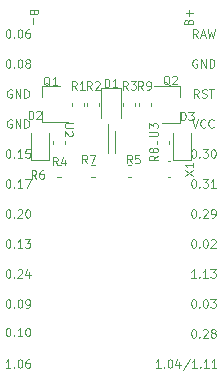
<source format=gto>
G04 #@! TF.GenerationSoftware,KiCad,Pcbnew,7.0.6*
G04 #@! TF.CreationDate,2023-08-29T11:45:56+03:00*
G04 #@! TF.ProjectId,nrfmicro,6e72666d-6963-4726-9f2e-6b696361645f,rev?*
G04 #@! TF.SameCoordinates,Original*
G04 #@! TF.FileFunction,Legend,Top*
G04 #@! TF.FilePolarity,Positive*
%FSLAX46Y46*%
G04 Gerber Fmt 4.6, Leading zero omitted, Abs format (unit mm)*
G04 Created by KiCad (PCBNEW 7.0.6) date 2023-08-29 11:45:56*
%MOMM*%
%LPD*%
G01*
G04 APERTURE LIST*
%ADD10C,0.080000*%
%ADD11C,0.120000*%
G04 APERTURE END LIST*
D10*
X18968233Y-41349373D02*
X19034899Y-41349373D01*
X19034899Y-41349373D02*
X19101566Y-41382706D01*
X19101566Y-41382706D02*
X19134899Y-41416040D01*
X19134899Y-41416040D02*
X19168233Y-41482706D01*
X19168233Y-41482706D02*
X19201566Y-41616040D01*
X19201566Y-41616040D02*
X19201566Y-41782706D01*
X19201566Y-41782706D02*
X19168233Y-41916040D01*
X19168233Y-41916040D02*
X19134899Y-41982706D01*
X19134899Y-41982706D02*
X19101566Y-42016040D01*
X19101566Y-42016040D02*
X19034899Y-42049373D01*
X19034899Y-42049373D02*
X18968233Y-42049373D01*
X18968233Y-42049373D02*
X18901566Y-42016040D01*
X18901566Y-42016040D02*
X18868233Y-41982706D01*
X18868233Y-41982706D02*
X18834899Y-41916040D01*
X18834899Y-41916040D02*
X18801566Y-41782706D01*
X18801566Y-41782706D02*
X18801566Y-41616040D01*
X18801566Y-41616040D02*
X18834899Y-41482706D01*
X18834899Y-41482706D02*
X18868233Y-41416040D01*
X18868233Y-41416040D02*
X18901566Y-41382706D01*
X18901566Y-41382706D02*
X18968233Y-41349373D01*
X19501566Y-41982706D02*
X19534900Y-42016040D01*
X19534900Y-42016040D02*
X19501566Y-42049373D01*
X19501566Y-42049373D02*
X19468233Y-42016040D01*
X19468233Y-42016040D02*
X19501566Y-41982706D01*
X19501566Y-41982706D02*
X19501566Y-42049373D01*
X19801566Y-41416040D02*
X19834899Y-41382706D01*
X19834899Y-41382706D02*
X19901566Y-41349373D01*
X19901566Y-41349373D02*
X20068233Y-41349373D01*
X20068233Y-41349373D02*
X20134899Y-41382706D01*
X20134899Y-41382706D02*
X20168233Y-41416040D01*
X20168233Y-41416040D02*
X20201566Y-41482706D01*
X20201566Y-41482706D02*
X20201566Y-41549373D01*
X20201566Y-41549373D02*
X20168233Y-41649373D01*
X20168233Y-41649373D02*
X19768233Y-42049373D01*
X19768233Y-42049373D02*
X20201566Y-42049373D01*
X20801566Y-41582706D02*
X20801566Y-42049373D01*
X20634900Y-41316040D02*
X20468233Y-41816040D01*
X20468233Y-41816040D02*
X20901566Y-41816040D01*
X34598766Y-28636673D02*
X34832100Y-29336673D01*
X34832100Y-29336673D02*
X35065433Y-28636673D01*
X35698766Y-29270006D02*
X35665433Y-29303340D01*
X35665433Y-29303340D02*
X35565433Y-29336673D01*
X35565433Y-29336673D02*
X35498766Y-29336673D01*
X35498766Y-29336673D02*
X35398766Y-29303340D01*
X35398766Y-29303340D02*
X35332100Y-29236673D01*
X35332100Y-29236673D02*
X35298766Y-29170006D01*
X35298766Y-29170006D02*
X35265433Y-29036673D01*
X35265433Y-29036673D02*
X35265433Y-28936673D01*
X35265433Y-28936673D02*
X35298766Y-28803340D01*
X35298766Y-28803340D02*
X35332100Y-28736673D01*
X35332100Y-28736673D02*
X35398766Y-28670006D01*
X35398766Y-28670006D02*
X35498766Y-28636673D01*
X35498766Y-28636673D02*
X35565433Y-28636673D01*
X35565433Y-28636673D02*
X35665433Y-28670006D01*
X35665433Y-28670006D02*
X35698766Y-28703340D01*
X36398766Y-29270006D02*
X36365433Y-29303340D01*
X36365433Y-29303340D02*
X36265433Y-29336673D01*
X36265433Y-29336673D02*
X36198766Y-29336673D01*
X36198766Y-29336673D02*
X36098766Y-29303340D01*
X36098766Y-29303340D02*
X36032100Y-29236673D01*
X36032100Y-29236673D02*
X35998766Y-29170006D01*
X35998766Y-29170006D02*
X35965433Y-29036673D01*
X35965433Y-29036673D02*
X35965433Y-28936673D01*
X35965433Y-28936673D02*
X35998766Y-28803340D01*
X35998766Y-28803340D02*
X36032100Y-28736673D01*
X36032100Y-28736673D02*
X36098766Y-28670006D01*
X36098766Y-28670006D02*
X36198766Y-28636673D01*
X36198766Y-28636673D02*
X36265433Y-28636673D01*
X36265433Y-28636673D02*
X36365433Y-28670006D01*
X36365433Y-28670006D02*
X36398766Y-28703340D01*
X34665433Y-46416673D02*
X34732099Y-46416673D01*
X34732099Y-46416673D02*
X34798766Y-46450006D01*
X34798766Y-46450006D02*
X34832099Y-46483340D01*
X34832099Y-46483340D02*
X34865433Y-46550006D01*
X34865433Y-46550006D02*
X34898766Y-46683340D01*
X34898766Y-46683340D02*
X34898766Y-46850006D01*
X34898766Y-46850006D02*
X34865433Y-46983340D01*
X34865433Y-46983340D02*
X34832099Y-47050006D01*
X34832099Y-47050006D02*
X34798766Y-47083340D01*
X34798766Y-47083340D02*
X34732099Y-47116673D01*
X34732099Y-47116673D02*
X34665433Y-47116673D01*
X34665433Y-47116673D02*
X34598766Y-47083340D01*
X34598766Y-47083340D02*
X34565433Y-47050006D01*
X34565433Y-47050006D02*
X34532099Y-46983340D01*
X34532099Y-46983340D02*
X34498766Y-46850006D01*
X34498766Y-46850006D02*
X34498766Y-46683340D01*
X34498766Y-46683340D02*
X34532099Y-46550006D01*
X34532099Y-46550006D02*
X34565433Y-46483340D01*
X34565433Y-46483340D02*
X34598766Y-46450006D01*
X34598766Y-46450006D02*
X34665433Y-46416673D01*
X35198766Y-47050006D02*
X35232100Y-47083340D01*
X35232100Y-47083340D02*
X35198766Y-47116673D01*
X35198766Y-47116673D02*
X35165433Y-47083340D01*
X35165433Y-47083340D02*
X35198766Y-47050006D01*
X35198766Y-47050006D02*
X35198766Y-47116673D01*
X35498766Y-46483340D02*
X35532099Y-46450006D01*
X35532099Y-46450006D02*
X35598766Y-46416673D01*
X35598766Y-46416673D02*
X35765433Y-46416673D01*
X35765433Y-46416673D02*
X35832099Y-46450006D01*
X35832099Y-46450006D02*
X35865433Y-46483340D01*
X35865433Y-46483340D02*
X35898766Y-46550006D01*
X35898766Y-46550006D02*
X35898766Y-46616673D01*
X35898766Y-46616673D02*
X35865433Y-46716673D01*
X35865433Y-46716673D02*
X35465433Y-47116673D01*
X35465433Y-47116673D02*
X35898766Y-47116673D01*
X36298766Y-46716673D02*
X36232100Y-46683340D01*
X36232100Y-46683340D02*
X36198766Y-46650006D01*
X36198766Y-46650006D02*
X36165433Y-46583340D01*
X36165433Y-46583340D02*
X36165433Y-46550006D01*
X36165433Y-46550006D02*
X36198766Y-46483340D01*
X36198766Y-46483340D02*
X36232100Y-46450006D01*
X36232100Y-46450006D02*
X36298766Y-46416673D01*
X36298766Y-46416673D02*
X36432100Y-46416673D01*
X36432100Y-46416673D02*
X36498766Y-46450006D01*
X36498766Y-46450006D02*
X36532100Y-46483340D01*
X36532100Y-46483340D02*
X36565433Y-46550006D01*
X36565433Y-46550006D02*
X36565433Y-46583340D01*
X36565433Y-46583340D02*
X36532100Y-46650006D01*
X36532100Y-46650006D02*
X36498766Y-46683340D01*
X36498766Y-46683340D02*
X36432100Y-46716673D01*
X36432100Y-46716673D02*
X36298766Y-46716673D01*
X36298766Y-46716673D02*
X36232100Y-46750006D01*
X36232100Y-46750006D02*
X36198766Y-46783340D01*
X36198766Y-46783340D02*
X36165433Y-46850006D01*
X36165433Y-46850006D02*
X36165433Y-46983340D01*
X36165433Y-46983340D02*
X36198766Y-47050006D01*
X36198766Y-47050006D02*
X36232100Y-47083340D01*
X36232100Y-47083340D02*
X36298766Y-47116673D01*
X36298766Y-47116673D02*
X36432100Y-47116673D01*
X36432100Y-47116673D02*
X36498766Y-47083340D01*
X36498766Y-47083340D02*
X36532100Y-47050006D01*
X36532100Y-47050006D02*
X36565433Y-46983340D01*
X36565433Y-46983340D02*
X36565433Y-46850006D01*
X36565433Y-46850006D02*
X36532100Y-46783340D01*
X36532100Y-46783340D02*
X36498766Y-46750006D01*
X36498766Y-46750006D02*
X36432100Y-46716673D01*
X18968233Y-36269373D02*
X19034899Y-36269373D01*
X19034899Y-36269373D02*
X19101566Y-36302706D01*
X19101566Y-36302706D02*
X19134899Y-36336040D01*
X19134899Y-36336040D02*
X19168233Y-36402706D01*
X19168233Y-36402706D02*
X19201566Y-36536040D01*
X19201566Y-36536040D02*
X19201566Y-36702706D01*
X19201566Y-36702706D02*
X19168233Y-36836040D01*
X19168233Y-36836040D02*
X19134899Y-36902706D01*
X19134899Y-36902706D02*
X19101566Y-36936040D01*
X19101566Y-36936040D02*
X19034899Y-36969373D01*
X19034899Y-36969373D02*
X18968233Y-36969373D01*
X18968233Y-36969373D02*
X18901566Y-36936040D01*
X18901566Y-36936040D02*
X18868233Y-36902706D01*
X18868233Y-36902706D02*
X18834899Y-36836040D01*
X18834899Y-36836040D02*
X18801566Y-36702706D01*
X18801566Y-36702706D02*
X18801566Y-36536040D01*
X18801566Y-36536040D02*
X18834899Y-36402706D01*
X18834899Y-36402706D02*
X18868233Y-36336040D01*
X18868233Y-36336040D02*
X18901566Y-36302706D01*
X18901566Y-36302706D02*
X18968233Y-36269373D01*
X19501566Y-36902706D02*
X19534900Y-36936040D01*
X19534900Y-36936040D02*
X19501566Y-36969373D01*
X19501566Y-36969373D02*
X19468233Y-36936040D01*
X19468233Y-36936040D02*
X19501566Y-36902706D01*
X19501566Y-36902706D02*
X19501566Y-36969373D01*
X19801566Y-36336040D02*
X19834899Y-36302706D01*
X19834899Y-36302706D02*
X19901566Y-36269373D01*
X19901566Y-36269373D02*
X20068233Y-36269373D01*
X20068233Y-36269373D02*
X20134899Y-36302706D01*
X20134899Y-36302706D02*
X20168233Y-36336040D01*
X20168233Y-36336040D02*
X20201566Y-36402706D01*
X20201566Y-36402706D02*
X20201566Y-36469373D01*
X20201566Y-36469373D02*
X20168233Y-36569373D01*
X20168233Y-36569373D02*
X19768233Y-36969373D01*
X19768233Y-36969373D02*
X20201566Y-36969373D01*
X20634900Y-36269373D02*
X20701566Y-36269373D01*
X20701566Y-36269373D02*
X20768233Y-36302706D01*
X20768233Y-36302706D02*
X20801566Y-36336040D01*
X20801566Y-36336040D02*
X20834900Y-36402706D01*
X20834900Y-36402706D02*
X20868233Y-36536040D01*
X20868233Y-36536040D02*
X20868233Y-36702706D01*
X20868233Y-36702706D02*
X20834900Y-36836040D01*
X20834900Y-36836040D02*
X20801566Y-36902706D01*
X20801566Y-36902706D02*
X20768233Y-36936040D01*
X20768233Y-36936040D02*
X20701566Y-36969373D01*
X20701566Y-36969373D02*
X20634900Y-36969373D01*
X20634900Y-36969373D02*
X20568233Y-36936040D01*
X20568233Y-36936040D02*
X20534900Y-36902706D01*
X20534900Y-36902706D02*
X20501566Y-36836040D01*
X20501566Y-36836040D02*
X20468233Y-36702706D01*
X20468233Y-36702706D02*
X20468233Y-36536040D01*
X20468233Y-36536040D02*
X20501566Y-36402706D01*
X20501566Y-36402706D02*
X20534900Y-36336040D01*
X20534900Y-36336040D02*
X20568233Y-36302706D01*
X20568233Y-36302706D02*
X20634900Y-36269373D01*
X18968233Y-21029373D02*
X19034899Y-21029373D01*
X19034899Y-21029373D02*
X19101566Y-21062706D01*
X19101566Y-21062706D02*
X19134899Y-21096040D01*
X19134899Y-21096040D02*
X19168233Y-21162706D01*
X19168233Y-21162706D02*
X19201566Y-21296040D01*
X19201566Y-21296040D02*
X19201566Y-21462706D01*
X19201566Y-21462706D02*
X19168233Y-21596040D01*
X19168233Y-21596040D02*
X19134899Y-21662706D01*
X19134899Y-21662706D02*
X19101566Y-21696040D01*
X19101566Y-21696040D02*
X19034899Y-21729373D01*
X19034899Y-21729373D02*
X18968233Y-21729373D01*
X18968233Y-21729373D02*
X18901566Y-21696040D01*
X18901566Y-21696040D02*
X18868233Y-21662706D01*
X18868233Y-21662706D02*
X18834899Y-21596040D01*
X18834899Y-21596040D02*
X18801566Y-21462706D01*
X18801566Y-21462706D02*
X18801566Y-21296040D01*
X18801566Y-21296040D02*
X18834899Y-21162706D01*
X18834899Y-21162706D02*
X18868233Y-21096040D01*
X18868233Y-21096040D02*
X18901566Y-21062706D01*
X18901566Y-21062706D02*
X18968233Y-21029373D01*
X19501566Y-21662706D02*
X19534900Y-21696040D01*
X19534900Y-21696040D02*
X19501566Y-21729373D01*
X19501566Y-21729373D02*
X19468233Y-21696040D01*
X19468233Y-21696040D02*
X19501566Y-21662706D01*
X19501566Y-21662706D02*
X19501566Y-21729373D01*
X19968233Y-21029373D02*
X20034899Y-21029373D01*
X20034899Y-21029373D02*
X20101566Y-21062706D01*
X20101566Y-21062706D02*
X20134899Y-21096040D01*
X20134899Y-21096040D02*
X20168233Y-21162706D01*
X20168233Y-21162706D02*
X20201566Y-21296040D01*
X20201566Y-21296040D02*
X20201566Y-21462706D01*
X20201566Y-21462706D02*
X20168233Y-21596040D01*
X20168233Y-21596040D02*
X20134899Y-21662706D01*
X20134899Y-21662706D02*
X20101566Y-21696040D01*
X20101566Y-21696040D02*
X20034899Y-21729373D01*
X20034899Y-21729373D02*
X19968233Y-21729373D01*
X19968233Y-21729373D02*
X19901566Y-21696040D01*
X19901566Y-21696040D02*
X19868233Y-21662706D01*
X19868233Y-21662706D02*
X19834899Y-21596040D01*
X19834899Y-21596040D02*
X19801566Y-21462706D01*
X19801566Y-21462706D02*
X19801566Y-21296040D01*
X19801566Y-21296040D02*
X19834899Y-21162706D01*
X19834899Y-21162706D02*
X19868233Y-21096040D01*
X19868233Y-21096040D02*
X19901566Y-21062706D01*
X19901566Y-21062706D02*
X19968233Y-21029373D01*
X20801566Y-21029373D02*
X20668233Y-21029373D01*
X20668233Y-21029373D02*
X20601566Y-21062706D01*
X20601566Y-21062706D02*
X20568233Y-21096040D01*
X20568233Y-21096040D02*
X20501566Y-21196040D01*
X20501566Y-21196040D02*
X20468233Y-21329373D01*
X20468233Y-21329373D02*
X20468233Y-21596040D01*
X20468233Y-21596040D02*
X20501566Y-21662706D01*
X20501566Y-21662706D02*
X20534900Y-21696040D01*
X20534900Y-21696040D02*
X20601566Y-21729373D01*
X20601566Y-21729373D02*
X20734900Y-21729373D01*
X20734900Y-21729373D02*
X20801566Y-21696040D01*
X20801566Y-21696040D02*
X20834900Y-21662706D01*
X20834900Y-21662706D02*
X20868233Y-21596040D01*
X20868233Y-21596040D02*
X20868233Y-21429373D01*
X20868233Y-21429373D02*
X20834900Y-21362706D01*
X20834900Y-21362706D02*
X20801566Y-21329373D01*
X20801566Y-21329373D02*
X20734900Y-21296040D01*
X20734900Y-21296040D02*
X20601566Y-21296040D01*
X20601566Y-21296040D02*
X20534900Y-21329373D01*
X20534900Y-21329373D02*
X20501566Y-21362706D01*
X20501566Y-21362706D02*
X20468233Y-21429373D01*
X34665433Y-33716673D02*
X34732099Y-33716673D01*
X34732099Y-33716673D02*
X34798766Y-33750006D01*
X34798766Y-33750006D02*
X34832099Y-33783340D01*
X34832099Y-33783340D02*
X34865433Y-33850006D01*
X34865433Y-33850006D02*
X34898766Y-33983340D01*
X34898766Y-33983340D02*
X34898766Y-34150006D01*
X34898766Y-34150006D02*
X34865433Y-34283340D01*
X34865433Y-34283340D02*
X34832099Y-34350006D01*
X34832099Y-34350006D02*
X34798766Y-34383340D01*
X34798766Y-34383340D02*
X34732099Y-34416673D01*
X34732099Y-34416673D02*
X34665433Y-34416673D01*
X34665433Y-34416673D02*
X34598766Y-34383340D01*
X34598766Y-34383340D02*
X34565433Y-34350006D01*
X34565433Y-34350006D02*
X34532099Y-34283340D01*
X34532099Y-34283340D02*
X34498766Y-34150006D01*
X34498766Y-34150006D02*
X34498766Y-33983340D01*
X34498766Y-33983340D02*
X34532099Y-33850006D01*
X34532099Y-33850006D02*
X34565433Y-33783340D01*
X34565433Y-33783340D02*
X34598766Y-33750006D01*
X34598766Y-33750006D02*
X34665433Y-33716673D01*
X35198766Y-34350006D02*
X35232100Y-34383340D01*
X35232100Y-34383340D02*
X35198766Y-34416673D01*
X35198766Y-34416673D02*
X35165433Y-34383340D01*
X35165433Y-34383340D02*
X35198766Y-34350006D01*
X35198766Y-34350006D02*
X35198766Y-34416673D01*
X35465433Y-33716673D02*
X35898766Y-33716673D01*
X35898766Y-33716673D02*
X35665433Y-33983340D01*
X35665433Y-33983340D02*
X35765433Y-33983340D01*
X35765433Y-33983340D02*
X35832099Y-34016673D01*
X35832099Y-34016673D02*
X35865433Y-34050006D01*
X35865433Y-34050006D02*
X35898766Y-34116673D01*
X35898766Y-34116673D02*
X35898766Y-34283340D01*
X35898766Y-34283340D02*
X35865433Y-34350006D01*
X35865433Y-34350006D02*
X35832099Y-34383340D01*
X35832099Y-34383340D02*
X35765433Y-34416673D01*
X35765433Y-34416673D02*
X35565433Y-34416673D01*
X35565433Y-34416673D02*
X35498766Y-34383340D01*
X35498766Y-34383340D02*
X35465433Y-34350006D01*
X36565433Y-34416673D02*
X36165433Y-34416673D01*
X36365433Y-34416673D02*
X36365433Y-33716673D01*
X36365433Y-33716673D02*
X36298766Y-33816673D01*
X36298766Y-33816673D02*
X36232100Y-33883340D01*
X36232100Y-33883340D02*
X36165433Y-33916673D01*
X31902866Y-49656673D02*
X31502866Y-49656673D01*
X31702866Y-49656673D02*
X31702866Y-48956673D01*
X31702866Y-48956673D02*
X31636199Y-49056673D01*
X31636199Y-49056673D02*
X31569533Y-49123340D01*
X31569533Y-49123340D02*
X31502866Y-49156673D01*
X32202866Y-49590006D02*
X32236200Y-49623340D01*
X32236200Y-49623340D02*
X32202866Y-49656673D01*
X32202866Y-49656673D02*
X32169533Y-49623340D01*
X32169533Y-49623340D02*
X32202866Y-49590006D01*
X32202866Y-49590006D02*
X32202866Y-49656673D01*
X32669533Y-48956673D02*
X32736199Y-48956673D01*
X32736199Y-48956673D02*
X32802866Y-48990006D01*
X32802866Y-48990006D02*
X32836199Y-49023340D01*
X32836199Y-49023340D02*
X32869533Y-49090006D01*
X32869533Y-49090006D02*
X32902866Y-49223340D01*
X32902866Y-49223340D02*
X32902866Y-49390006D01*
X32902866Y-49390006D02*
X32869533Y-49523340D01*
X32869533Y-49523340D02*
X32836199Y-49590006D01*
X32836199Y-49590006D02*
X32802866Y-49623340D01*
X32802866Y-49623340D02*
X32736199Y-49656673D01*
X32736199Y-49656673D02*
X32669533Y-49656673D01*
X32669533Y-49656673D02*
X32602866Y-49623340D01*
X32602866Y-49623340D02*
X32569533Y-49590006D01*
X32569533Y-49590006D02*
X32536199Y-49523340D01*
X32536199Y-49523340D02*
X32502866Y-49390006D01*
X32502866Y-49390006D02*
X32502866Y-49223340D01*
X32502866Y-49223340D02*
X32536199Y-49090006D01*
X32536199Y-49090006D02*
X32569533Y-49023340D01*
X32569533Y-49023340D02*
X32602866Y-48990006D01*
X32602866Y-48990006D02*
X32669533Y-48956673D01*
X33502866Y-49190006D02*
X33502866Y-49656673D01*
X33336200Y-48923340D02*
X33169533Y-49423340D01*
X33169533Y-49423340D02*
X33602866Y-49423340D01*
X34369533Y-48923340D02*
X33769533Y-49823340D01*
X34969533Y-49656673D02*
X34569533Y-49656673D01*
X34769533Y-49656673D02*
X34769533Y-48956673D01*
X34769533Y-48956673D02*
X34702866Y-49056673D01*
X34702866Y-49056673D02*
X34636200Y-49123340D01*
X34636200Y-49123340D02*
X34569533Y-49156673D01*
X35269533Y-49590006D02*
X35302867Y-49623340D01*
X35302867Y-49623340D02*
X35269533Y-49656673D01*
X35269533Y-49656673D02*
X35236200Y-49623340D01*
X35236200Y-49623340D02*
X35269533Y-49590006D01*
X35269533Y-49590006D02*
X35269533Y-49656673D01*
X35969533Y-49656673D02*
X35569533Y-49656673D01*
X35769533Y-49656673D02*
X35769533Y-48956673D01*
X35769533Y-48956673D02*
X35702866Y-49056673D01*
X35702866Y-49056673D02*
X35636200Y-49123340D01*
X35636200Y-49123340D02*
X35569533Y-49156673D01*
X36636200Y-49656673D02*
X36236200Y-49656673D01*
X36436200Y-49656673D02*
X36436200Y-48956673D01*
X36436200Y-48956673D02*
X36369533Y-49056673D01*
X36369533Y-49056673D02*
X36302867Y-49123340D01*
X36302867Y-49123340D02*
X36236200Y-49156673D01*
X18968233Y-33729373D02*
X19034899Y-33729373D01*
X19034899Y-33729373D02*
X19101566Y-33762706D01*
X19101566Y-33762706D02*
X19134899Y-33796040D01*
X19134899Y-33796040D02*
X19168233Y-33862706D01*
X19168233Y-33862706D02*
X19201566Y-33996040D01*
X19201566Y-33996040D02*
X19201566Y-34162706D01*
X19201566Y-34162706D02*
X19168233Y-34296040D01*
X19168233Y-34296040D02*
X19134899Y-34362706D01*
X19134899Y-34362706D02*
X19101566Y-34396040D01*
X19101566Y-34396040D02*
X19034899Y-34429373D01*
X19034899Y-34429373D02*
X18968233Y-34429373D01*
X18968233Y-34429373D02*
X18901566Y-34396040D01*
X18901566Y-34396040D02*
X18868233Y-34362706D01*
X18868233Y-34362706D02*
X18834899Y-34296040D01*
X18834899Y-34296040D02*
X18801566Y-34162706D01*
X18801566Y-34162706D02*
X18801566Y-33996040D01*
X18801566Y-33996040D02*
X18834899Y-33862706D01*
X18834899Y-33862706D02*
X18868233Y-33796040D01*
X18868233Y-33796040D02*
X18901566Y-33762706D01*
X18901566Y-33762706D02*
X18968233Y-33729373D01*
X19501566Y-34362706D02*
X19534900Y-34396040D01*
X19534900Y-34396040D02*
X19501566Y-34429373D01*
X19501566Y-34429373D02*
X19468233Y-34396040D01*
X19468233Y-34396040D02*
X19501566Y-34362706D01*
X19501566Y-34362706D02*
X19501566Y-34429373D01*
X20201566Y-34429373D02*
X19801566Y-34429373D01*
X20001566Y-34429373D02*
X20001566Y-33729373D01*
X20001566Y-33729373D02*
X19934899Y-33829373D01*
X19934899Y-33829373D02*
X19868233Y-33896040D01*
X19868233Y-33896040D02*
X19801566Y-33929373D01*
X20434900Y-33729373D02*
X20901566Y-33729373D01*
X20901566Y-33729373D02*
X20601566Y-34429373D01*
X19301567Y-26142706D02*
X19234900Y-26109373D01*
X19234900Y-26109373D02*
X19134900Y-26109373D01*
X19134900Y-26109373D02*
X19034900Y-26142706D01*
X19034900Y-26142706D02*
X18968234Y-26209373D01*
X18968234Y-26209373D02*
X18934900Y-26276040D01*
X18934900Y-26276040D02*
X18901567Y-26409373D01*
X18901567Y-26409373D02*
X18901567Y-26509373D01*
X18901567Y-26509373D02*
X18934900Y-26642706D01*
X18934900Y-26642706D02*
X18968234Y-26709373D01*
X18968234Y-26709373D02*
X19034900Y-26776040D01*
X19034900Y-26776040D02*
X19134900Y-26809373D01*
X19134900Y-26809373D02*
X19201567Y-26809373D01*
X19201567Y-26809373D02*
X19301567Y-26776040D01*
X19301567Y-26776040D02*
X19334900Y-26742706D01*
X19334900Y-26742706D02*
X19334900Y-26509373D01*
X19334900Y-26509373D02*
X19201567Y-26509373D01*
X19634900Y-26809373D02*
X19634900Y-26109373D01*
X19634900Y-26109373D02*
X20034900Y-26809373D01*
X20034900Y-26809373D02*
X20034900Y-26109373D01*
X20368233Y-26809373D02*
X20368233Y-26109373D01*
X20368233Y-26109373D02*
X20534900Y-26109373D01*
X20534900Y-26109373D02*
X20634900Y-26142706D01*
X20634900Y-26142706D02*
X20701567Y-26209373D01*
X20701567Y-26209373D02*
X20734900Y-26276040D01*
X20734900Y-26276040D02*
X20768233Y-26409373D01*
X20768233Y-26409373D02*
X20768233Y-26509373D01*
X20768233Y-26509373D02*
X20734900Y-26642706D01*
X20734900Y-26642706D02*
X20701567Y-26709373D01*
X20701567Y-26709373D02*
X20634900Y-26776040D01*
X20634900Y-26776040D02*
X20534900Y-26809373D01*
X20534900Y-26809373D02*
X20368233Y-26809373D01*
X18968233Y-38809373D02*
X19034899Y-38809373D01*
X19034899Y-38809373D02*
X19101566Y-38842706D01*
X19101566Y-38842706D02*
X19134899Y-38876040D01*
X19134899Y-38876040D02*
X19168233Y-38942706D01*
X19168233Y-38942706D02*
X19201566Y-39076040D01*
X19201566Y-39076040D02*
X19201566Y-39242706D01*
X19201566Y-39242706D02*
X19168233Y-39376040D01*
X19168233Y-39376040D02*
X19134899Y-39442706D01*
X19134899Y-39442706D02*
X19101566Y-39476040D01*
X19101566Y-39476040D02*
X19034899Y-39509373D01*
X19034899Y-39509373D02*
X18968233Y-39509373D01*
X18968233Y-39509373D02*
X18901566Y-39476040D01*
X18901566Y-39476040D02*
X18868233Y-39442706D01*
X18868233Y-39442706D02*
X18834899Y-39376040D01*
X18834899Y-39376040D02*
X18801566Y-39242706D01*
X18801566Y-39242706D02*
X18801566Y-39076040D01*
X18801566Y-39076040D02*
X18834899Y-38942706D01*
X18834899Y-38942706D02*
X18868233Y-38876040D01*
X18868233Y-38876040D02*
X18901566Y-38842706D01*
X18901566Y-38842706D02*
X18968233Y-38809373D01*
X19501566Y-39442706D02*
X19534900Y-39476040D01*
X19534900Y-39476040D02*
X19501566Y-39509373D01*
X19501566Y-39509373D02*
X19468233Y-39476040D01*
X19468233Y-39476040D02*
X19501566Y-39442706D01*
X19501566Y-39442706D02*
X19501566Y-39509373D01*
X20201566Y-39509373D02*
X19801566Y-39509373D01*
X20001566Y-39509373D02*
X20001566Y-38809373D01*
X20001566Y-38809373D02*
X19934899Y-38909373D01*
X19934899Y-38909373D02*
X19868233Y-38976040D01*
X19868233Y-38976040D02*
X19801566Y-39009373D01*
X20434900Y-38809373D02*
X20868233Y-38809373D01*
X20868233Y-38809373D02*
X20634900Y-39076040D01*
X20634900Y-39076040D02*
X20734900Y-39076040D01*
X20734900Y-39076040D02*
X20801566Y-39109373D01*
X20801566Y-39109373D02*
X20834900Y-39142706D01*
X20834900Y-39142706D02*
X20868233Y-39209373D01*
X20868233Y-39209373D02*
X20868233Y-39376040D01*
X20868233Y-39376040D02*
X20834900Y-39442706D01*
X20834900Y-39442706D02*
X20801566Y-39476040D01*
X20801566Y-39476040D02*
X20734900Y-39509373D01*
X20734900Y-39509373D02*
X20534900Y-39509373D01*
X20534900Y-39509373D02*
X20468233Y-39476040D01*
X20468233Y-39476040D02*
X20434900Y-39442706D01*
X18968233Y-23569373D02*
X19034899Y-23569373D01*
X19034899Y-23569373D02*
X19101566Y-23602706D01*
X19101566Y-23602706D02*
X19134899Y-23636040D01*
X19134899Y-23636040D02*
X19168233Y-23702706D01*
X19168233Y-23702706D02*
X19201566Y-23836040D01*
X19201566Y-23836040D02*
X19201566Y-24002706D01*
X19201566Y-24002706D02*
X19168233Y-24136040D01*
X19168233Y-24136040D02*
X19134899Y-24202706D01*
X19134899Y-24202706D02*
X19101566Y-24236040D01*
X19101566Y-24236040D02*
X19034899Y-24269373D01*
X19034899Y-24269373D02*
X18968233Y-24269373D01*
X18968233Y-24269373D02*
X18901566Y-24236040D01*
X18901566Y-24236040D02*
X18868233Y-24202706D01*
X18868233Y-24202706D02*
X18834899Y-24136040D01*
X18834899Y-24136040D02*
X18801566Y-24002706D01*
X18801566Y-24002706D02*
X18801566Y-23836040D01*
X18801566Y-23836040D02*
X18834899Y-23702706D01*
X18834899Y-23702706D02*
X18868233Y-23636040D01*
X18868233Y-23636040D02*
X18901566Y-23602706D01*
X18901566Y-23602706D02*
X18968233Y-23569373D01*
X19501566Y-24202706D02*
X19534900Y-24236040D01*
X19534900Y-24236040D02*
X19501566Y-24269373D01*
X19501566Y-24269373D02*
X19468233Y-24236040D01*
X19468233Y-24236040D02*
X19501566Y-24202706D01*
X19501566Y-24202706D02*
X19501566Y-24269373D01*
X19968233Y-23569373D02*
X20034899Y-23569373D01*
X20034899Y-23569373D02*
X20101566Y-23602706D01*
X20101566Y-23602706D02*
X20134899Y-23636040D01*
X20134899Y-23636040D02*
X20168233Y-23702706D01*
X20168233Y-23702706D02*
X20201566Y-23836040D01*
X20201566Y-23836040D02*
X20201566Y-24002706D01*
X20201566Y-24002706D02*
X20168233Y-24136040D01*
X20168233Y-24136040D02*
X20134899Y-24202706D01*
X20134899Y-24202706D02*
X20101566Y-24236040D01*
X20101566Y-24236040D02*
X20034899Y-24269373D01*
X20034899Y-24269373D02*
X19968233Y-24269373D01*
X19968233Y-24269373D02*
X19901566Y-24236040D01*
X19901566Y-24236040D02*
X19868233Y-24202706D01*
X19868233Y-24202706D02*
X19834899Y-24136040D01*
X19834899Y-24136040D02*
X19801566Y-24002706D01*
X19801566Y-24002706D02*
X19801566Y-23836040D01*
X19801566Y-23836040D02*
X19834899Y-23702706D01*
X19834899Y-23702706D02*
X19868233Y-23636040D01*
X19868233Y-23636040D02*
X19901566Y-23602706D01*
X19901566Y-23602706D02*
X19968233Y-23569373D01*
X20601566Y-23869373D02*
X20534900Y-23836040D01*
X20534900Y-23836040D02*
X20501566Y-23802706D01*
X20501566Y-23802706D02*
X20468233Y-23736040D01*
X20468233Y-23736040D02*
X20468233Y-23702706D01*
X20468233Y-23702706D02*
X20501566Y-23636040D01*
X20501566Y-23636040D02*
X20534900Y-23602706D01*
X20534900Y-23602706D02*
X20601566Y-23569373D01*
X20601566Y-23569373D02*
X20734900Y-23569373D01*
X20734900Y-23569373D02*
X20801566Y-23602706D01*
X20801566Y-23602706D02*
X20834900Y-23636040D01*
X20834900Y-23636040D02*
X20868233Y-23702706D01*
X20868233Y-23702706D02*
X20868233Y-23736040D01*
X20868233Y-23736040D02*
X20834900Y-23802706D01*
X20834900Y-23802706D02*
X20801566Y-23836040D01*
X20801566Y-23836040D02*
X20734900Y-23869373D01*
X20734900Y-23869373D02*
X20601566Y-23869373D01*
X20601566Y-23869373D02*
X20534900Y-23902706D01*
X20534900Y-23902706D02*
X20501566Y-23936040D01*
X20501566Y-23936040D02*
X20468233Y-24002706D01*
X20468233Y-24002706D02*
X20468233Y-24136040D01*
X20468233Y-24136040D02*
X20501566Y-24202706D01*
X20501566Y-24202706D02*
X20534900Y-24236040D01*
X20534900Y-24236040D02*
X20601566Y-24269373D01*
X20601566Y-24269373D02*
X20734900Y-24269373D01*
X20734900Y-24269373D02*
X20801566Y-24236040D01*
X20801566Y-24236040D02*
X20834900Y-24202706D01*
X20834900Y-24202706D02*
X20868233Y-24136040D01*
X20868233Y-24136040D02*
X20868233Y-24002706D01*
X20868233Y-24002706D02*
X20834900Y-23936040D01*
X20834900Y-23936040D02*
X20801566Y-23902706D01*
X20801566Y-23902706D02*
X20734900Y-23869373D01*
X35048766Y-21716673D02*
X34815433Y-21383340D01*
X34648766Y-21716673D02*
X34648766Y-21016673D01*
X34648766Y-21016673D02*
X34915433Y-21016673D01*
X34915433Y-21016673D02*
X34982100Y-21050006D01*
X34982100Y-21050006D02*
X35015433Y-21083340D01*
X35015433Y-21083340D02*
X35048766Y-21150006D01*
X35048766Y-21150006D02*
X35048766Y-21250006D01*
X35048766Y-21250006D02*
X35015433Y-21316673D01*
X35015433Y-21316673D02*
X34982100Y-21350006D01*
X34982100Y-21350006D02*
X34915433Y-21383340D01*
X34915433Y-21383340D02*
X34648766Y-21383340D01*
X35315433Y-21516673D02*
X35648766Y-21516673D01*
X35248766Y-21716673D02*
X35482100Y-21016673D01*
X35482100Y-21016673D02*
X35715433Y-21716673D01*
X35882100Y-21016673D02*
X36048766Y-21716673D01*
X36048766Y-21716673D02*
X36182100Y-21216673D01*
X36182100Y-21216673D02*
X36315433Y-21716673D01*
X36315433Y-21716673D02*
X36482100Y-21016673D01*
X34898766Y-42036673D02*
X34498766Y-42036673D01*
X34698766Y-42036673D02*
X34698766Y-41336673D01*
X34698766Y-41336673D02*
X34632099Y-41436673D01*
X34632099Y-41436673D02*
X34565433Y-41503340D01*
X34565433Y-41503340D02*
X34498766Y-41536673D01*
X35198766Y-41970006D02*
X35232100Y-42003340D01*
X35232100Y-42003340D02*
X35198766Y-42036673D01*
X35198766Y-42036673D02*
X35165433Y-42003340D01*
X35165433Y-42003340D02*
X35198766Y-41970006D01*
X35198766Y-41970006D02*
X35198766Y-42036673D01*
X35898766Y-42036673D02*
X35498766Y-42036673D01*
X35698766Y-42036673D02*
X35698766Y-41336673D01*
X35698766Y-41336673D02*
X35632099Y-41436673D01*
X35632099Y-41436673D02*
X35565433Y-41503340D01*
X35565433Y-41503340D02*
X35498766Y-41536673D01*
X36132100Y-41336673D02*
X36565433Y-41336673D01*
X36565433Y-41336673D02*
X36332100Y-41603340D01*
X36332100Y-41603340D02*
X36432100Y-41603340D01*
X36432100Y-41603340D02*
X36498766Y-41636673D01*
X36498766Y-41636673D02*
X36532100Y-41670006D01*
X36532100Y-41670006D02*
X36565433Y-41736673D01*
X36565433Y-41736673D02*
X36565433Y-41903340D01*
X36565433Y-41903340D02*
X36532100Y-41970006D01*
X36532100Y-41970006D02*
X36498766Y-42003340D01*
X36498766Y-42003340D02*
X36432100Y-42036673D01*
X36432100Y-42036673D02*
X36232100Y-42036673D01*
X36232100Y-42036673D02*
X36165433Y-42003340D01*
X36165433Y-42003340D02*
X36132100Y-41970006D01*
X18968233Y-31189373D02*
X19034899Y-31189373D01*
X19034899Y-31189373D02*
X19101566Y-31222706D01*
X19101566Y-31222706D02*
X19134899Y-31256040D01*
X19134899Y-31256040D02*
X19168233Y-31322706D01*
X19168233Y-31322706D02*
X19201566Y-31456040D01*
X19201566Y-31456040D02*
X19201566Y-31622706D01*
X19201566Y-31622706D02*
X19168233Y-31756040D01*
X19168233Y-31756040D02*
X19134899Y-31822706D01*
X19134899Y-31822706D02*
X19101566Y-31856040D01*
X19101566Y-31856040D02*
X19034899Y-31889373D01*
X19034899Y-31889373D02*
X18968233Y-31889373D01*
X18968233Y-31889373D02*
X18901566Y-31856040D01*
X18901566Y-31856040D02*
X18868233Y-31822706D01*
X18868233Y-31822706D02*
X18834899Y-31756040D01*
X18834899Y-31756040D02*
X18801566Y-31622706D01*
X18801566Y-31622706D02*
X18801566Y-31456040D01*
X18801566Y-31456040D02*
X18834899Y-31322706D01*
X18834899Y-31322706D02*
X18868233Y-31256040D01*
X18868233Y-31256040D02*
X18901566Y-31222706D01*
X18901566Y-31222706D02*
X18968233Y-31189373D01*
X19501566Y-31822706D02*
X19534900Y-31856040D01*
X19534900Y-31856040D02*
X19501566Y-31889373D01*
X19501566Y-31889373D02*
X19468233Y-31856040D01*
X19468233Y-31856040D02*
X19501566Y-31822706D01*
X19501566Y-31822706D02*
X19501566Y-31889373D01*
X20201566Y-31889373D02*
X19801566Y-31889373D01*
X20001566Y-31889373D02*
X20001566Y-31189373D01*
X20001566Y-31189373D02*
X19934899Y-31289373D01*
X19934899Y-31289373D02*
X19868233Y-31356040D01*
X19868233Y-31356040D02*
X19801566Y-31389373D01*
X20834900Y-31189373D02*
X20501566Y-31189373D01*
X20501566Y-31189373D02*
X20468233Y-31522706D01*
X20468233Y-31522706D02*
X20501566Y-31489373D01*
X20501566Y-31489373D02*
X20568233Y-31456040D01*
X20568233Y-31456040D02*
X20734900Y-31456040D01*
X20734900Y-31456040D02*
X20801566Y-31489373D01*
X20801566Y-31489373D02*
X20834900Y-31522706D01*
X20834900Y-31522706D02*
X20868233Y-31589373D01*
X20868233Y-31589373D02*
X20868233Y-31756040D01*
X20868233Y-31756040D02*
X20834900Y-31822706D01*
X20834900Y-31822706D02*
X20801566Y-31856040D01*
X20801566Y-31856040D02*
X20734900Y-31889373D01*
X20734900Y-31889373D02*
X20568233Y-31889373D01*
X20568233Y-31889373D02*
X20501566Y-31856040D01*
X20501566Y-31856040D02*
X20468233Y-31822706D01*
X34665433Y-36256673D02*
X34732099Y-36256673D01*
X34732099Y-36256673D02*
X34798766Y-36290006D01*
X34798766Y-36290006D02*
X34832099Y-36323340D01*
X34832099Y-36323340D02*
X34865433Y-36390006D01*
X34865433Y-36390006D02*
X34898766Y-36523340D01*
X34898766Y-36523340D02*
X34898766Y-36690006D01*
X34898766Y-36690006D02*
X34865433Y-36823340D01*
X34865433Y-36823340D02*
X34832099Y-36890006D01*
X34832099Y-36890006D02*
X34798766Y-36923340D01*
X34798766Y-36923340D02*
X34732099Y-36956673D01*
X34732099Y-36956673D02*
X34665433Y-36956673D01*
X34665433Y-36956673D02*
X34598766Y-36923340D01*
X34598766Y-36923340D02*
X34565433Y-36890006D01*
X34565433Y-36890006D02*
X34532099Y-36823340D01*
X34532099Y-36823340D02*
X34498766Y-36690006D01*
X34498766Y-36690006D02*
X34498766Y-36523340D01*
X34498766Y-36523340D02*
X34532099Y-36390006D01*
X34532099Y-36390006D02*
X34565433Y-36323340D01*
X34565433Y-36323340D02*
X34598766Y-36290006D01*
X34598766Y-36290006D02*
X34665433Y-36256673D01*
X35198766Y-36890006D02*
X35232100Y-36923340D01*
X35232100Y-36923340D02*
X35198766Y-36956673D01*
X35198766Y-36956673D02*
X35165433Y-36923340D01*
X35165433Y-36923340D02*
X35198766Y-36890006D01*
X35198766Y-36890006D02*
X35198766Y-36956673D01*
X35498766Y-36323340D02*
X35532099Y-36290006D01*
X35532099Y-36290006D02*
X35598766Y-36256673D01*
X35598766Y-36256673D02*
X35765433Y-36256673D01*
X35765433Y-36256673D02*
X35832099Y-36290006D01*
X35832099Y-36290006D02*
X35865433Y-36323340D01*
X35865433Y-36323340D02*
X35898766Y-36390006D01*
X35898766Y-36390006D02*
X35898766Y-36456673D01*
X35898766Y-36456673D02*
X35865433Y-36556673D01*
X35865433Y-36556673D02*
X35465433Y-36956673D01*
X35465433Y-36956673D02*
X35898766Y-36956673D01*
X36232100Y-36956673D02*
X36365433Y-36956673D01*
X36365433Y-36956673D02*
X36432100Y-36923340D01*
X36432100Y-36923340D02*
X36465433Y-36890006D01*
X36465433Y-36890006D02*
X36532100Y-36790006D01*
X36532100Y-36790006D02*
X36565433Y-36656673D01*
X36565433Y-36656673D02*
X36565433Y-36390006D01*
X36565433Y-36390006D02*
X36532100Y-36323340D01*
X36532100Y-36323340D02*
X36498766Y-36290006D01*
X36498766Y-36290006D02*
X36432100Y-36256673D01*
X36432100Y-36256673D02*
X36298766Y-36256673D01*
X36298766Y-36256673D02*
X36232100Y-36290006D01*
X36232100Y-36290006D02*
X36198766Y-36323340D01*
X36198766Y-36323340D02*
X36165433Y-36390006D01*
X36165433Y-36390006D02*
X36165433Y-36556673D01*
X36165433Y-36556673D02*
X36198766Y-36623340D01*
X36198766Y-36623340D02*
X36232100Y-36656673D01*
X36232100Y-36656673D02*
X36298766Y-36690006D01*
X36298766Y-36690006D02*
X36432100Y-36690006D01*
X36432100Y-36690006D02*
X36498766Y-36656673D01*
X36498766Y-36656673D02*
X36532100Y-36623340D01*
X36532100Y-36623340D02*
X36565433Y-36556673D01*
X35148766Y-26796673D02*
X34915433Y-26463340D01*
X34748766Y-26796673D02*
X34748766Y-26096673D01*
X34748766Y-26096673D02*
X35015433Y-26096673D01*
X35015433Y-26096673D02*
X35082100Y-26130006D01*
X35082100Y-26130006D02*
X35115433Y-26163340D01*
X35115433Y-26163340D02*
X35148766Y-26230006D01*
X35148766Y-26230006D02*
X35148766Y-26330006D01*
X35148766Y-26330006D02*
X35115433Y-26396673D01*
X35115433Y-26396673D02*
X35082100Y-26430006D01*
X35082100Y-26430006D02*
X35015433Y-26463340D01*
X35015433Y-26463340D02*
X34748766Y-26463340D01*
X35415433Y-26763340D02*
X35515433Y-26796673D01*
X35515433Y-26796673D02*
X35682100Y-26796673D01*
X35682100Y-26796673D02*
X35748766Y-26763340D01*
X35748766Y-26763340D02*
X35782100Y-26730006D01*
X35782100Y-26730006D02*
X35815433Y-26663340D01*
X35815433Y-26663340D02*
X35815433Y-26596673D01*
X35815433Y-26596673D02*
X35782100Y-26530006D01*
X35782100Y-26530006D02*
X35748766Y-26496673D01*
X35748766Y-26496673D02*
X35682100Y-26463340D01*
X35682100Y-26463340D02*
X35548766Y-26430006D01*
X35548766Y-26430006D02*
X35482100Y-26396673D01*
X35482100Y-26396673D02*
X35448766Y-26363340D01*
X35448766Y-26363340D02*
X35415433Y-26296673D01*
X35415433Y-26296673D02*
X35415433Y-26230006D01*
X35415433Y-26230006D02*
X35448766Y-26163340D01*
X35448766Y-26163340D02*
X35482100Y-26130006D01*
X35482100Y-26130006D02*
X35548766Y-26096673D01*
X35548766Y-26096673D02*
X35715433Y-26096673D01*
X35715433Y-26096673D02*
X35815433Y-26130006D01*
X36015433Y-26096673D02*
X36415433Y-26096673D01*
X36215433Y-26796673D02*
X36215433Y-26096673D01*
X19301567Y-28682706D02*
X19234900Y-28649373D01*
X19234900Y-28649373D02*
X19134900Y-28649373D01*
X19134900Y-28649373D02*
X19034900Y-28682706D01*
X19034900Y-28682706D02*
X18968234Y-28749373D01*
X18968234Y-28749373D02*
X18934900Y-28816040D01*
X18934900Y-28816040D02*
X18901567Y-28949373D01*
X18901567Y-28949373D02*
X18901567Y-29049373D01*
X18901567Y-29049373D02*
X18934900Y-29182706D01*
X18934900Y-29182706D02*
X18968234Y-29249373D01*
X18968234Y-29249373D02*
X19034900Y-29316040D01*
X19034900Y-29316040D02*
X19134900Y-29349373D01*
X19134900Y-29349373D02*
X19201567Y-29349373D01*
X19201567Y-29349373D02*
X19301567Y-29316040D01*
X19301567Y-29316040D02*
X19334900Y-29282706D01*
X19334900Y-29282706D02*
X19334900Y-29049373D01*
X19334900Y-29049373D02*
X19201567Y-29049373D01*
X19634900Y-29349373D02*
X19634900Y-28649373D01*
X19634900Y-28649373D02*
X20034900Y-29349373D01*
X20034900Y-29349373D02*
X20034900Y-28649373D01*
X20368233Y-29349373D02*
X20368233Y-28649373D01*
X20368233Y-28649373D02*
X20534900Y-28649373D01*
X20534900Y-28649373D02*
X20634900Y-28682706D01*
X20634900Y-28682706D02*
X20701567Y-28749373D01*
X20701567Y-28749373D02*
X20734900Y-28816040D01*
X20734900Y-28816040D02*
X20768233Y-28949373D01*
X20768233Y-28949373D02*
X20768233Y-29049373D01*
X20768233Y-29049373D02*
X20734900Y-29182706D01*
X20734900Y-29182706D02*
X20701567Y-29249373D01*
X20701567Y-29249373D02*
X20634900Y-29316040D01*
X20634900Y-29316040D02*
X20534900Y-29349373D01*
X20534900Y-29349373D02*
X20368233Y-29349373D01*
X34665433Y-31176673D02*
X34732099Y-31176673D01*
X34732099Y-31176673D02*
X34798766Y-31210006D01*
X34798766Y-31210006D02*
X34832099Y-31243340D01*
X34832099Y-31243340D02*
X34865433Y-31310006D01*
X34865433Y-31310006D02*
X34898766Y-31443340D01*
X34898766Y-31443340D02*
X34898766Y-31610006D01*
X34898766Y-31610006D02*
X34865433Y-31743340D01*
X34865433Y-31743340D02*
X34832099Y-31810006D01*
X34832099Y-31810006D02*
X34798766Y-31843340D01*
X34798766Y-31843340D02*
X34732099Y-31876673D01*
X34732099Y-31876673D02*
X34665433Y-31876673D01*
X34665433Y-31876673D02*
X34598766Y-31843340D01*
X34598766Y-31843340D02*
X34565433Y-31810006D01*
X34565433Y-31810006D02*
X34532099Y-31743340D01*
X34532099Y-31743340D02*
X34498766Y-31610006D01*
X34498766Y-31610006D02*
X34498766Y-31443340D01*
X34498766Y-31443340D02*
X34532099Y-31310006D01*
X34532099Y-31310006D02*
X34565433Y-31243340D01*
X34565433Y-31243340D02*
X34598766Y-31210006D01*
X34598766Y-31210006D02*
X34665433Y-31176673D01*
X35198766Y-31810006D02*
X35232100Y-31843340D01*
X35232100Y-31843340D02*
X35198766Y-31876673D01*
X35198766Y-31876673D02*
X35165433Y-31843340D01*
X35165433Y-31843340D02*
X35198766Y-31810006D01*
X35198766Y-31810006D02*
X35198766Y-31876673D01*
X35465433Y-31176673D02*
X35898766Y-31176673D01*
X35898766Y-31176673D02*
X35665433Y-31443340D01*
X35665433Y-31443340D02*
X35765433Y-31443340D01*
X35765433Y-31443340D02*
X35832099Y-31476673D01*
X35832099Y-31476673D02*
X35865433Y-31510006D01*
X35865433Y-31510006D02*
X35898766Y-31576673D01*
X35898766Y-31576673D02*
X35898766Y-31743340D01*
X35898766Y-31743340D02*
X35865433Y-31810006D01*
X35865433Y-31810006D02*
X35832099Y-31843340D01*
X35832099Y-31843340D02*
X35765433Y-31876673D01*
X35765433Y-31876673D02*
X35565433Y-31876673D01*
X35565433Y-31876673D02*
X35498766Y-31843340D01*
X35498766Y-31843340D02*
X35465433Y-31810006D01*
X36332100Y-31176673D02*
X36398766Y-31176673D01*
X36398766Y-31176673D02*
X36465433Y-31210006D01*
X36465433Y-31210006D02*
X36498766Y-31243340D01*
X36498766Y-31243340D02*
X36532100Y-31310006D01*
X36532100Y-31310006D02*
X36565433Y-31443340D01*
X36565433Y-31443340D02*
X36565433Y-31610006D01*
X36565433Y-31610006D02*
X36532100Y-31743340D01*
X36532100Y-31743340D02*
X36498766Y-31810006D01*
X36498766Y-31810006D02*
X36465433Y-31843340D01*
X36465433Y-31843340D02*
X36398766Y-31876673D01*
X36398766Y-31876673D02*
X36332100Y-31876673D01*
X36332100Y-31876673D02*
X36265433Y-31843340D01*
X36265433Y-31843340D02*
X36232100Y-31810006D01*
X36232100Y-31810006D02*
X36198766Y-31743340D01*
X36198766Y-31743340D02*
X36165433Y-31610006D01*
X36165433Y-31610006D02*
X36165433Y-31443340D01*
X36165433Y-31443340D02*
X36198766Y-31310006D01*
X36198766Y-31310006D02*
X36232100Y-31243340D01*
X36232100Y-31243340D02*
X36265433Y-31210006D01*
X36265433Y-31210006D02*
X36332100Y-31176673D01*
X34998767Y-23590006D02*
X34932100Y-23556673D01*
X34932100Y-23556673D02*
X34832100Y-23556673D01*
X34832100Y-23556673D02*
X34732100Y-23590006D01*
X34732100Y-23590006D02*
X34665434Y-23656673D01*
X34665434Y-23656673D02*
X34632100Y-23723340D01*
X34632100Y-23723340D02*
X34598767Y-23856673D01*
X34598767Y-23856673D02*
X34598767Y-23956673D01*
X34598767Y-23956673D02*
X34632100Y-24090006D01*
X34632100Y-24090006D02*
X34665434Y-24156673D01*
X34665434Y-24156673D02*
X34732100Y-24223340D01*
X34732100Y-24223340D02*
X34832100Y-24256673D01*
X34832100Y-24256673D02*
X34898767Y-24256673D01*
X34898767Y-24256673D02*
X34998767Y-24223340D01*
X34998767Y-24223340D02*
X35032100Y-24190006D01*
X35032100Y-24190006D02*
X35032100Y-23956673D01*
X35032100Y-23956673D02*
X34898767Y-23956673D01*
X35332100Y-24256673D02*
X35332100Y-23556673D01*
X35332100Y-23556673D02*
X35732100Y-24256673D01*
X35732100Y-24256673D02*
X35732100Y-23556673D01*
X36065433Y-24256673D02*
X36065433Y-23556673D01*
X36065433Y-23556673D02*
X36232100Y-23556673D01*
X36232100Y-23556673D02*
X36332100Y-23590006D01*
X36332100Y-23590006D02*
X36398767Y-23656673D01*
X36398767Y-23656673D02*
X36432100Y-23723340D01*
X36432100Y-23723340D02*
X36465433Y-23856673D01*
X36465433Y-23856673D02*
X36465433Y-23956673D01*
X36465433Y-23956673D02*
X36432100Y-24090006D01*
X36432100Y-24090006D02*
X36398767Y-24156673D01*
X36398767Y-24156673D02*
X36332100Y-24223340D01*
X36332100Y-24223340D02*
X36232100Y-24256673D01*
X36232100Y-24256673D02*
X36065433Y-24256673D01*
X19201566Y-49669373D02*
X18801566Y-49669373D01*
X19001566Y-49669373D02*
X19001566Y-48969373D01*
X19001566Y-48969373D02*
X18934899Y-49069373D01*
X18934899Y-49069373D02*
X18868233Y-49136040D01*
X18868233Y-49136040D02*
X18801566Y-49169373D01*
X19501566Y-49602706D02*
X19534900Y-49636040D01*
X19534900Y-49636040D02*
X19501566Y-49669373D01*
X19501566Y-49669373D02*
X19468233Y-49636040D01*
X19468233Y-49636040D02*
X19501566Y-49602706D01*
X19501566Y-49602706D02*
X19501566Y-49669373D01*
X19968233Y-48969373D02*
X20034899Y-48969373D01*
X20034899Y-48969373D02*
X20101566Y-49002706D01*
X20101566Y-49002706D02*
X20134899Y-49036040D01*
X20134899Y-49036040D02*
X20168233Y-49102706D01*
X20168233Y-49102706D02*
X20201566Y-49236040D01*
X20201566Y-49236040D02*
X20201566Y-49402706D01*
X20201566Y-49402706D02*
X20168233Y-49536040D01*
X20168233Y-49536040D02*
X20134899Y-49602706D01*
X20134899Y-49602706D02*
X20101566Y-49636040D01*
X20101566Y-49636040D02*
X20034899Y-49669373D01*
X20034899Y-49669373D02*
X19968233Y-49669373D01*
X19968233Y-49669373D02*
X19901566Y-49636040D01*
X19901566Y-49636040D02*
X19868233Y-49602706D01*
X19868233Y-49602706D02*
X19834899Y-49536040D01*
X19834899Y-49536040D02*
X19801566Y-49402706D01*
X19801566Y-49402706D02*
X19801566Y-49236040D01*
X19801566Y-49236040D02*
X19834899Y-49102706D01*
X19834899Y-49102706D02*
X19868233Y-49036040D01*
X19868233Y-49036040D02*
X19901566Y-49002706D01*
X19901566Y-49002706D02*
X19968233Y-48969373D01*
X20801566Y-48969373D02*
X20668233Y-48969373D01*
X20668233Y-48969373D02*
X20601566Y-49002706D01*
X20601566Y-49002706D02*
X20568233Y-49036040D01*
X20568233Y-49036040D02*
X20501566Y-49136040D01*
X20501566Y-49136040D02*
X20468233Y-49269373D01*
X20468233Y-49269373D02*
X20468233Y-49536040D01*
X20468233Y-49536040D02*
X20501566Y-49602706D01*
X20501566Y-49602706D02*
X20534900Y-49636040D01*
X20534900Y-49636040D02*
X20601566Y-49669373D01*
X20601566Y-49669373D02*
X20734900Y-49669373D01*
X20734900Y-49669373D02*
X20801566Y-49636040D01*
X20801566Y-49636040D02*
X20834900Y-49602706D01*
X20834900Y-49602706D02*
X20868233Y-49536040D01*
X20868233Y-49536040D02*
X20868233Y-49369373D01*
X20868233Y-49369373D02*
X20834900Y-49302706D01*
X20834900Y-49302706D02*
X20801566Y-49269373D01*
X20801566Y-49269373D02*
X20734900Y-49236040D01*
X20734900Y-49236040D02*
X20601566Y-49236040D01*
X20601566Y-49236040D02*
X20534900Y-49269373D01*
X20534900Y-49269373D02*
X20501566Y-49302706D01*
X20501566Y-49302706D02*
X20468233Y-49369373D01*
X18968233Y-43889373D02*
X19034899Y-43889373D01*
X19034899Y-43889373D02*
X19101566Y-43922706D01*
X19101566Y-43922706D02*
X19134899Y-43956040D01*
X19134899Y-43956040D02*
X19168233Y-44022706D01*
X19168233Y-44022706D02*
X19201566Y-44156040D01*
X19201566Y-44156040D02*
X19201566Y-44322706D01*
X19201566Y-44322706D02*
X19168233Y-44456040D01*
X19168233Y-44456040D02*
X19134899Y-44522706D01*
X19134899Y-44522706D02*
X19101566Y-44556040D01*
X19101566Y-44556040D02*
X19034899Y-44589373D01*
X19034899Y-44589373D02*
X18968233Y-44589373D01*
X18968233Y-44589373D02*
X18901566Y-44556040D01*
X18901566Y-44556040D02*
X18868233Y-44522706D01*
X18868233Y-44522706D02*
X18834899Y-44456040D01*
X18834899Y-44456040D02*
X18801566Y-44322706D01*
X18801566Y-44322706D02*
X18801566Y-44156040D01*
X18801566Y-44156040D02*
X18834899Y-44022706D01*
X18834899Y-44022706D02*
X18868233Y-43956040D01*
X18868233Y-43956040D02*
X18901566Y-43922706D01*
X18901566Y-43922706D02*
X18968233Y-43889373D01*
X19501566Y-44522706D02*
X19534900Y-44556040D01*
X19534900Y-44556040D02*
X19501566Y-44589373D01*
X19501566Y-44589373D02*
X19468233Y-44556040D01*
X19468233Y-44556040D02*
X19501566Y-44522706D01*
X19501566Y-44522706D02*
X19501566Y-44589373D01*
X19968233Y-43889373D02*
X20034899Y-43889373D01*
X20034899Y-43889373D02*
X20101566Y-43922706D01*
X20101566Y-43922706D02*
X20134899Y-43956040D01*
X20134899Y-43956040D02*
X20168233Y-44022706D01*
X20168233Y-44022706D02*
X20201566Y-44156040D01*
X20201566Y-44156040D02*
X20201566Y-44322706D01*
X20201566Y-44322706D02*
X20168233Y-44456040D01*
X20168233Y-44456040D02*
X20134899Y-44522706D01*
X20134899Y-44522706D02*
X20101566Y-44556040D01*
X20101566Y-44556040D02*
X20034899Y-44589373D01*
X20034899Y-44589373D02*
X19968233Y-44589373D01*
X19968233Y-44589373D02*
X19901566Y-44556040D01*
X19901566Y-44556040D02*
X19868233Y-44522706D01*
X19868233Y-44522706D02*
X19834899Y-44456040D01*
X19834899Y-44456040D02*
X19801566Y-44322706D01*
X19801566Y-44322706D02*
X19801566Y-44156040D01*
X19801566Y-44156040D02*
X19834899Y-44022706D01*
X19834899Y-44022706D02*
X19868233Y-43956040D01*
X19868233Y-43956040D02*
X19901566Y-43922706D01*
X19901566Y-43922706D02*
X19968233Y-43889373D01*
X20534900Y-44589373D02*
X20668233Y-44589373D01*
X20668233Y-44589373D02*
X20734900Y-44556040D01*
X20734900Y-44556040D02*
X20768233Y-44522706D01*
X20768233Y-44522706D02*
X20834900Y-44422706D01*
X20834900Y-44422706D02*
X20868233Y-44289373D01*
X20868233Y-44289373D02*
X20868233Y-44022706D01*
X20868233Y-44022706D02*
X20834900Y-43956040D01*
X20834900Y-43956040D02*
X20801566Y-43922706D01*
X20801566Y-43922706D02*
X20734900Y-43889373D01*
X20734900Y-43889373D02*
X20601566Y-43889373D01*
X20601566Y-43889373D02*
X20534900Y-43922706D01*
X20534900Y-43922706D02*
X20501566Y-43956040D01*
X20501566Y-43956040D02*
X20468233Y-44022706D01*
X20468233Y-44022706D02*
X20468233Y-44189373D01*
X20468233Y-44189373D02*
X20501566Y-44256040D01*
X20501566Y-44256040D02*
X20534900Y-44289373D01*
X20534900Y-44289373D02*
X20601566Y-44322706D01*
X20601566Y-44322706D02*
X20734900Y-44322706D01*
X20734900Y-44322706D02*
X20801566Y-44289373D01*
X20801566Y-44289373D02*
X20834900Y-44256040D01*
X20834900Y-44256040D02*
X20868233Y-44189373D01*
X18968233Y-46302373D02*
X19034899Y-46302373D01*
X19034899Y-46302373D02*
X19101566Y-46335706D01*
X19101566Y-46335706D02*
X19134899Y-46369040D01*
X19134899Y-46369040D02*
X19168233Y-46435706D01*
X19168233Y-46435706D02*
X19201566Y-46569040D01*
X19201566Y-46569040D02*
X19201566Y-46735706D01*
X19201566Y-46735706D02*
X19168233Y-46869040D01*
X19168233Y-46869040D02*
X19134899Y-46935706D01*
X19134899Y-46935706D02*
X19101566Y-46969040D01*
X19101566Y-46969040D02*
X19034899Y-47002373D01*
X19034899Y-47002373D02*
X18968233Y-47002373D01*
X18968233Y-47002373D02*
X18901566Y-46969040D01*
X18901566Y-46969040D02*
X18868233Y-46935706D01*
X18868233Y-46935706D02*
X18834899Y-46869040D01*
X18834899Y-46869040D02*
X18801566Y-46735706D01*
X18801566Y-46735706D02*
X18801566Y-46569040D01*
X18801566Y-46569040D02*
X18834899Y-46435706D01*
X18834899Y-46435706D02*
X18868233Y-46369040D01*
X18868233Y-46369040D02*
X18901566Y-46335706D01*
X18901566Y-46335706D02*
X18968233Y-46302373D01*
X19501566Y-46935706D02*
X19534900Y-46969040D01*
X19534900Y-46969040D02*
X19501566Y-47002373D01*
X19501566Y-47002373D02*
X19468233Y-46969040D01*
X19468233Y-46969040D02*
X19501566Y-46935706D01*
X19501566Y-46935706D02*
X19501566Y-47002373D01*
X20201566Y-47002373D02*
X19801566Y-47002373D01*
X20001566Y-47002373D02*
X20001566Y-46302373D01*
X20001566Y-46302373D02*
X19934899Y-46402373D01*
X19934899Y-46402373D02*
X19868233Y-46469040D01*
X19868233Y-46469040D02*
X19801566Y-46502373D01*
X20634900Y-46302373D02*
X20701566Y-46302373D01*
X20701566Y-46302373D02*
X20768233Y-46335706D01*
X20768233Y-46335706D02*
X20801566Y-46369040D01*
X20801566Y-46369040D02*
X20834900Y-46435706D01*
X20834900Y-46435706D02*
X20868233Y-46569040D01*
X20868233Y-46569040D02*
X20868233Y-46735706D01*
X20868233Y-46735706D02*
X20834900Y-46869040D01*
X20834900Y-46869040D02*
X20801566Y-46935706D01*
X20801566Y-46935706D02*
X20768233Y-46969040D01*
X20768233Y-46969040D02*
X20701566Y-47002373D01*
X20701566Y-47002373D02*
X20634900Y-47002373D01*
X20634900Y-47002373D02*
X20568233Y-46969040D01*
X20568233Y-46969040D02*
X20534900Y-46935706D01*
X20534900Y-46935706D02*
X20501566Y-46869040D01*
X20501566Y-46869040D02*
X20468233Y-46735706D01*
X20468233Y-46735706D02*
X20468233Y-46569040D01*
X20468233Y-46569040D02*
X20501566Y-46435706D01*
X20501566Y-46435706D02*
X20534900Y-46369040D01*
X20534900Y-46369040D02*
X20568233Y-46335706D01*
X20568233Y-46335706D02*
X20634900Y-46302373D01*
X34665433Y-43876673D02*
X34732099Y-43876673D01*
X34732099Y-43876673D02*
X34798766Y-43910006D01*
X34798766Y-43910006D02*
X34832099Y-43943340D01*
X34832099Y-43943340D02*
X34865433Y-44010006D01*
X34865433Y-44010006D02*
X34898766Y-44143340D01*
X34898766Y-44143340D02*
X34898766Y-44310006D01*
X34898766Y-44310006D02*
X34865433Y-44443340D01*
X34865433Y-44443340D02*
X34832099Y-44510006D01*
X34832099Y-44510006D02*
X34798766Y-44543340D01*
X34798766Y-44543340D02*
X34732099Y-44576673D01*
X34732099Y-44576673D02*
X34665433Y-44576673D01*
X34665433Y-44576673D02*
X34598766Y-44543340D01*
X34598766Y-44543340D02*
X34565433Y-44510006D01*
X34565433Y-44510006D02*
X34532099Y-44443340D01*
X34532099Y-44443340D02*
X34498766Y-44310006D01*
X34498766Y-44310006D02*
X34498766Y-44143340D01*
X34498766Y-44143340D02*
X34532099Y-44010006D01*
X34532099Y-44010006D02*
X34565433Y-43943340D01*
X34565433Y-43943340D02*
X34598766Y-43910006D01*
X34598766Y-43910006D02*
X34665433Y-43876673D01*
X35198766Y-44510006D02*
X35232100Y-44543340D01*
X35232100Y-44543340D02*
X35198766Y-44576673D01*
X35198766Y-44576673D02*
X35165433Y-44543340D01*
X35165433Y-44543340D02*
X35198766Y-44510006D01*
X35198766Y-44510006D02*
X35198766Y-44576673D01*
X35665433Y-43876673D02*
X35732099Y-43876673D01*
X35732099Y-43876673D02*
X35798766Y-43910006D01*
X35798766Y-43910006D02*
X35832099Y-43943340D01*
X35832099Y-43943340D02*
X35865433Y-44010006D01*
X35865433Y-44010006D02*
X35898766Y-44143340D01*
X35898766Y-44143340D02*
X35898766Y-44310006D01*
X35898766Y-44310006D02*
X35865433Y-44443340D01*
X35865433Y-44443340D02*
X35832099Y-44510006D01*
X35832099Y-44510006D02*
X35798766Y-44543340D01*
X35798766Y-44543340D02*
X35732099Y-44576673D01*
X35732099Y-44576673D02*
X35665433Y-44576673D01*
X35665433Y-44576673D02*
X35598766Y-44543340D01*
X35598766Y-44543340D02*
X35565433Y-44510006D01*
X35565433Y-44510006D02*
X35532099Y-44443340D01*
X35532099Y-44443340D02*
X35498766Y-44310006D01*
X35498766Y-44310006D02*
X35498766Y-44143340D01*
X35498766Y-44143340D02*
X35532099Y-44010006D01*
X35532099Y-44010006D02*
X35565433Y-43943340D01*
X35565433Y-43943340D02*
X35598766Y-43910006D01*
X35598766Y-43910006D02*
X35665433Y-43876673D01*
X36132100Y-43876673D02*
X36565433Y-43876673D01*
X36565433Y-43876673D02*
X36332100Y-44143340D01*
X36332100Y-44143340D02*
X36432100Y-44143340D01*
X36432100Y-44143340D02*
X36498766Y-44176673D01*
X36498766Y-44176673D02*
X36532100Y-44210006D01*
X36532100Y-44210006D02*
X36565433Y-44276673D01*
X36565433Y-44276673D02*
X36565433Y-44443340D01*
X36565433Y-44443340D02*
X36532100Y-44510006D01*
X36532100Y-44510006D02*
X36498766Y-44543340D01*
X36498766Y-44543340D02*
X36432100Y-44576673D01*
X36432100Y-44576673D02*
X36232100Y-44576673D01*
X36232100Y-44576673D02*
X36165433Y-44543340D01*
X36165433Y-44543340D02*
X36132100Y-44510006D01*
X34665433Y-38796673D02*
X34732099Y-38796673D01*
X34732099Y-38796673D02*
X34798766Y-38830006D01*
X34798766Y-38830006D02*
X34832099Y-38863340D01*
X34832099Y-38863340D02*
X34865433Y-38930006D01*
X34865433Y-38930006D02*
X34898766Y-39063340D01*
X34898766Y-39063340D02*
X34898766Y-39230006D01*
X34898766Y-39230006D02*
X34865433Y-39363340D01*
X34865433Y-39363340D02*
X34832099Y-39430006D01*
X34832099Y-39430006D02*
X34798766Y-39463340D01*
X34798766Y-39463340D02*
X34732099Y-39496673D01*
X34732099Y-39496673D02*
X34665433Y-39496673D01*
X34665433Y-39496673D02*
X34598766Y-39463340D01*
X34598766Y-39463340D02*
X34565433Y-39430006D01*
X34565433Y-39430006D02*
X34532099Y-39363340D01*
X34532099Y-39363340D02*
X34498766Y-39230006D01*
X34498766Y-39230006D02*
X34498766Y-39063340D01*
X34498766Y-39063340D02*
X34532099Y-38930006D01*
X34532099Y-38930006D02*
X34565433Y-38863340D01*
X34565433Y-38863340D02*
X34598766Y-38830006D01*
X34598766Y-38830006D02*
X34665433Y-38796673D01*
X35198766Y-39430006D02*
X35232100Y-39463340D01*
X35232100Y-39463340D02*
X35198766Y-39496673D01*
X35198766Y-39496673D02*
X35165433Y-39463340D01*
X35165433Y-39463340D02*
X35198766Y-39430006D01*
X35198766Y-39430006D02*
X35198766Y-39496673D01*
X35665433Y-38796673D02*
X35732099Y-38796673D01*
X35732099Y-38796673D02*
X35798766Y-38830006D01*
X35798766Y-38830006D02*
X35832099Y-38863340D01*
X35832099Y-38863340D02*
X35865433Y-38930006D01*
X35865433Y-38930006D02*
X35898766Y-39063340D01*
X35898766Y-39063340D02*
X35898766Y-39230006D01*
X35898766Y-39230006D02*
X35865433Y-39363340D01*
X35865433Y-39363340D02*
X35832099Y-39430006D01*
X35832099Y-39430006D02*
X35798766Y-39463340D01*
X35798766Y-39463340D02*
X35732099Y-39496673D01*
X35732099Y-39496673D02*
X35665433Y-39496673D01*
X35665433Y-39496673D02*
X35598766Y-39463340D01*
X35598766Y-39463340D02*
X35565433Y-39430006D01*
X35565433Y-39430006D02*
X35532099Y-39363340D01*
X35532099Y-39363340D02*
X35498766Y-39230006D01*
X35498766Y-39230006D02*
X35498766Y-39063340D01*
X35498766Y-39063340D02*
X35532099Y-38930006D01*
X35532099Y-38930006D02*
X35565433Y-38863340D01*
X35565433Y-38863340D02*
X35598766Y-38830006D01*
X35598766Y-38830006D02*
X35665433Y-38796673D01*
X36165433Y-38863340D02*
X36198766Y-38830006D01*
X36198766Y-38830006D02*
X36265433Y-38796673D01*
X36265433Y-38796673D02*
X36432100Y-38796673D01*
X36432100Y-38796673D02*
X36498766Y-38830006D01*
X36498766Y-38830006D02*
X36532100Y-38863340D01*
X36532100Y-38863340D02*
X36565433Y-38930006D01*
X36565433Y-38930006D02*
X36565433Y-38996673D01*
X36565433Y-38996673D02*
X36532100Y-39096673D01*
X36532100Y-39096673D02*
X36132100Y-39496673D01*
X36132100Y-39496673D02*
X36565433Y-39496673D01*
X32683333Y-25736340D02*
X32616666Y-25703006D01*
X32616666Y-25703006D02*
X32550000Y-25636340D01*
X32550000Y-25636340D02*
X32450000Y-25536340D01*
X32450000Y-25536340D02*
X32383333Y-25503006D01*
X32383333Y-25503006D02*
X32316666Y-25503006D01*
X32350000Y-25669673D02*
X32283333Y-25636340D01*
X32283333Y-25636340D02*
X32216666Y-25569673D01*
X32216666Y-25569673D02*
X32183333Y-25436340D01*
X32183333Y-25436340D02*
X32183333Y-25203006D01*
X32183333Y-25203006D02*
X32216666Y-25069673D01*
X32216666Y-25069673D02*
X32283333Y-25003006D01*
X32283333Y-25003006D02*
X32350000Y-24969673D01*
X32350000Y-24969673D02*
X32483333Y-24969673D01*
X32483333Y-24969673D02*
X32550000Y-25003006D01*
X32550000Y-25003006D02*
X32616666Y-25069673D01*
X32616666Y-25069673D02*
X32650000Y-25203006D01*
X32650000Y-25203006D02*
X32650000Y-25436340D01*
X32650000Y-25436340D02*
X32616666Y-25569673D01*
X32616666Y-25569673D02*
X32550000Y-25636340D01*
X32550000Y-25636340D02*
X32483333Y-25669673D01*
X32483333Y-25669673D02*
X32350000Y-25669673D01*
X32916666Y-25036340D02*
X32949999Y-25003006D01*
X32949999Y-25003006D02*
X33016666Y-24969673D01*
X33016666Y-24969673D02*
X33183333Y-24969673D01*
X33183333Y-24969673D02*
X33249999Y-25003006D01*
X33249999Y-25003006D02*
X33283333Y-25036340D01*
X33283333Y-25036340D02*
X33316666Y-25103006D01*
X33316666Y-25103006D02*
X33316666Y-25169673D01*
X33316666Y-25169673D02*
X33283333Y-25269673D01*
X33283333Y-25269673D02*
X32883333Y-25669673D01*
X32883333Y-25669673D02*
X33316666Y-25669673D01*
X27183333Y-25901173D02*
X27183333Y-25201173D01*
X27183333Y-25201173D02*
X27350000Y-25201173D01*
X27350000Y-25201173D02*
X27450000Y-25234506D01*
X27450000Y-25234506D02*
X27516667Y-25301173D01*
X27516667Y-25301173D02*
X27550000Y-25367840D01*
X27550000Y-25367840D02*
X27583333Y-25501173D01*
X27583333Y-25501173D02*
X27583333Y-25601173D01*
X27583333Y-25601173D02*
X27550000Y-25734506D01*
X27550000Y-25734506D02*
X27516667Y-25801173D01*
X27516667Y-25801173D02*
X27450000Y-25867840D01*
X27450000Y-25867840D02*
X27350000Y-25901173D01*
X27350000Y-25901173D02*
X27183333Y-25901173D01*
X28250000Y-25901173D02*
X27850000Y-25901173D01*
X28050000Y-25901173D02*
X28050000Y-25201173D01*
X28050000Y-25201173D02*
X27983333Y-25301173D01*
X27983333Y-25301173D02*
X27916667Y-25367840D01*
X27916667Y-25367840D02*
X27850000Y-25401173D01*
X21383333Y-33669673D02*
X21150000Y-33336340D01*
X20983333Y-33669673D02*
X20983333Y-32969673D01*
X20983333Y-32969673D02*
X21250000Y-32969673D01*
X21250000Y-32969673D02*
X21316667Y-33003006D01*
X21316667Y-33003006D02*
X21350000Y-33036340D01*
X21350000Y-33036340D02*
X21383333Y-33103006D01*
X21383333Y-33103006D02*
X21383333Y-33203006D01*
X21383333Y-33203006D02*
X21350000Y-33269673D01*
X21350000Y-33269673D02*
X21316667Y-33303006D01*
X21316667Y-33303006D02*
X21250000Y-33336340D01*
X21250000Y-33336340D02*
X20983333Y-33336340D01*
X21983333Y-32969673D02*
X21850000Y-32969673D01*
X21850000Y-32969673D02*
X21783333Y-33003006D01*
X21783333Y-33003006D02*
X21750000Y-33036340D01*
X21750000Y-33036340D02*
X21683333Y-33136340D01*
X21683333Y-33136340D02*
X21650000Y-33269673D01*
X21650000Y-33269673D02*
X21650000Y-33536340D01*
X21650000Y-33536340D02*
X21683333Y-33603006D01*
X21683333Y-33603006D02*
X21716667Y-33636340D01*
X21716667Y-33636340D02*
X21783333Y-33669673D01*
X21783333Y-33669673D02*
X21916667Y-33669673D01*
X21916667Y-33669673D02*
X21983333Y-33636340D01*
X21983333Y-33636340D02*
X22016667Y-33603006D01*
X22016667Y-33603006D02*
X22050000Y-33536340D01*
X22050000Y-33536340D02*
X22050000Y-33369673D01*
X22050000Y-33369673D02*
X22016667Y-33303006D01*
X22016667Y-33303006D02*
X21983333Y-33269673D01*
X21983333Y-33269673D02*
X21916667Y-33236340D01*
X21916667Y-33236340D02*
X21783333Y-33236340D01*
X21783333Y-33236340D02*
X21716667Y-33269673D01*
X21716667Y-33269673D02*
X21683333Y-33303006D01*
X21683333Y-33303006D02*
X21650000Y-33369673D01*
X25683333Y-32369673D02*
X25450000Y-32036340D01*
X25283333Y-32369673D02*
X25283333Y-31669673D01*
X25283333Y-31669673D02*
X25550000Y-31669673D01*
X25550000Y-31669673D02*
X25616667Y-31703006D01*
X25616667Y-31703006D02*
X25650000Y-31736340D01*
X25650000Y-31736340D02*
X25683333Y-31803006D01*
X25683333Y-31803006D02*
X25683333Y-31903006D01*
X25683333Y-31903006D02*
X25650000Y-31969673D01*
X25650000Y-31969673D02*
X25616667Y-32003006D01*
X25616667Y-32003006D02*
X25550000Y-32036340D01*
X25550000Y-32036340D02*
X25283333Y-32036340D01*
X25916667Y-31669673D02*
X26383333Y-31669673D01*
X26383333Y-31669673D02*
X26083333Y-32369673D01*
X22533333Y-25786340D02*
X22466666Y-25753006D01*
X22466666Y-25753006D02*
X22400000Y-25686340D01*
X22400000Y-25686340D02*
X22300000Y-25586340D01*
X22300000Y-25586340D02*
X22233333Y-25553006D01*
X22233333Y-25553006D02*
X22166666Y-25553006D01*
X22200000Y-25719673D02*
X22133333Y-25686340D01*
X22133333Y-25686340D02*
X22066666Y-25619673D01*
X22066666Y-25619673D02*
X22033333Y-25486340D01*
X22033333Y-25486340D02*
X22033333Y-25253006D01*
X22033333Y-25253006D02*
X22066666Y-25119673D01*
X22066666Y-25119673D02*
X22133333Y-25053006D01*
X22133333Y-25053006D02*
X22200000Y-25019673D01*
X22200000Y-25019673D02*
X22333333Y-25019673D01*
X22333333Y-25019673D02*
X22400000Y-25053006D01*
X22400000Y-25053006D02*
X22466666Y-25119673D01*
X22466666Y-25119673D02*
X22500000Y-25253006D01*
X22500000Y-25253006D02*
X22500000Y-25486340D01*
X22500000Y-25486340D02*
X22466666Y-25619673D01*
X22466666Y-25619673D02*
X22400000Y-25686340D01*
X22400000Y-25686340D02*
X22333333Y-25719673D01*
X22333333Y-25719673D02*
X22200000Y-25719673D01*
X23166666Y-25719673D02*
X22766666Y-25719673D01*
X22966666Y-25719673D02*
X22966666Y-25019673D01*
X22966666Y-25019673D02*
X22899999Y-25119673D01*
X22899999Y-25119673D02*
X22833333Y-25186340D01*
X22833333Y-25186340D02*
X22766666Y-25219673D01*
X23183333Y-32544673D02*
X22950000Y-32211340D01*
X22783333Y-32544673D02*
X22783333Y-31844673D01*
X22783333Y-31844673D02*
X23050000Y-31844673D01*
X23050000Y-31844673D02*
X23116667Y-31878006D01*
X23116667Y-31878006D02*
X23150000Y-31911340D01*
X23150000Y-31911340D02*
X23183333Y-31978006D01*
X23183333Y-31978006D02*
X23183333Y-32078006D01*
X23183333Y-32078006D02*
X23150000Y-32144673D01*
X23150000Y-32144673D02*
X23116667Y-32178006D01*
X23116667Y-32178006D02*
X23050000Y-32211340D01*
X23050000Y-32211340D02*
X22783333Y-32211340D01*
X23783333Y-32078006D02*
X23783333Y-32544673D01*
X23616667Y-31811340D02*
X23450000Y-32311340D01*
X23450000Y-32311340D02*
X23883333Y-32311340D01*
X26083333Y-26119673D02*
X25850000Y-25786340D01*
X25683333Y-26119673D02*
X25683333Y-25419673D01*
X25683333Y-25419673D02*
X25950000Y-25419673D01*
X25950000Y-25419673D02*
X26016667Y-25453006D01*
X26016667Y-25453006D02*
X26050000Y-25486340D01*
X26050000Y-25486340D02*
X26083333Y-25553006D01*
X26083333Y-25553006D02*
X26083333Y-25653006D01*
X26083333Y-25653006D02*
X26050000Y-25719673D01*
X26050000Y-25719673D02*
X26016667Y-25753006D01*
X26016667Y-25753006D02*
X25950000Y-25786340D01*
X25950000Y-25786340D02*
X25683333Y-25786340D01*
X26350000Y-25486340D02*
X26383333Y-25453006D01*
X26383333Y-25453006D02*
X26450000Y-25419673D01*
X26450000Y-25419673D02*
X26616667Y-25419673D01*
X26616667Y-25419673D02*
X26683333Y-25453006D01*
X26683333Y-25453006D02*
X26716667Y-25486340D01*
X26716667Y-25486340D02*
X26750000Y-25553006D01*
X26750000Y-25553006D02*
X26750000Y-25619673D01*
X26750000Y-25619673D02*
X26716667Y-25719673D01*
X26716667Y-25719673D02*
X26316667Y-26119673D01*
X26316667Y-26119673D02*
X26750000Y-26119673D01*
X29133333Y-26119673D02*
X28900000Y-25786340D01*
X28733333Y-26119673D02*
X28733333Y-25419673D01*
X28733333Y-25419673D02*
X29000000Y-25419673D01*
X29000000Y-25419673D02*
X29066667Y-25453006D01*
X29066667Y-25453006D02*
X29100000Y-25486340D01*
X29100000Y-25486340D02*
X29133333Y-25553006D01*
X29133333Y-25553006D02*
X29133333Y-25653006D01*
X29133333Y-25653006D02*
X29100000Y-25719673D01*
X29100000Y-25719673D02*
X29066667Y-25753006D01*
X29066667Y-25753006D02*
X29000000Y-25786340D01*
X29000000Y-25786340D02*
X28733333Y-25786340D01*
X29366667Y-25419673D02*
X29800000Y-25419673D01*
X29800000Y-25419673D02*
X29566667Y-25686340D01*
X29566667Y-25686340D02*
X29666667Y-25686340D01*
X29666667Y-25686340D02*
X29733333Y-25719673D01*
X29733333Y-25719673D02*
X29766667Y-25753006D01*
X29766667Y-25753006D02*
X29800000Y-25819673D01*
X29800000Y-25819673D02*
X29800000Y-25986340D01*
X29800000Y-25986340D02*
X29766667Y-26053006D01*
X29766667Y-26053006D02*
X29733333Y-26086340D01*
X29733333Y-26086340D02*
X29666667Y-26119673D01*
X29666667Y-26119673D02*
X29466667Y-26119673D01*
X29466667Y-26119673D02*
X29400000Y-26086340D01*
X29400000Y-26086340D02*
X29366667Y-26053006D01*
X20733333Y-28619673D02*
X20733333Y-27919673D01*
X20733333Y-27919673D02*
X20900000Y-27919673D01*
X20900000Y-27919673D02*
X21000000Y-27953006D01*
X21000000Y-27953006D02*
X21066667Y-28019673D01*
X21066667Y-28019673D02*
X21100000Y-28086340D01*
X21100000Y-28086340D02*
X21133333Y-28219673D01*
X21133333Y-28219673D02*
X21133333Y-28319673D01*
X21133333Y-28319673D02*
X21100000Y-28453006D01*
X21100000Y-28453006D02*
X21066667Y-28519673D01*
X21066667Y-28519673D02*
X21000000Y-28586340D01*
X21000000Y-28586340D02*
X20900000Y-28619673D01*
X20900000Y-28619673D02*
X20733333Y-28619673D01*
X21400000Y-27986340D02*
X21433333Y-27953006D01*
X21433333Y-27953006D02*
X21500000Y-27919673D01*
X21500000Y-27919673D02*
X21666667Y-27919673D01*
X21666667Y-27919673D02*
X21733333Y-27953006D01*
X21733333Y-27953006D02*
X21766667Y-27986340D01*
X21766667Y-27986340D02*
X21800000Y-28053006D01*
X21800000Y-28053006D02*
X21800000Y-28119673D01*
X21800000Y-28119673D02*
X21766667Y-28219673D01*
X21766667Y-28219673D02*
X21366667Y-28619673D01*
X21366667Y-28619673D02*
X21800000Y-28619673D01*
X24813333Y-26119673D02*
X24580000Y-25786340D01*
X24413333Y-26119673D02*
X24413333Y-25419673D01*
X24413333Y-25419673D02*
X24680000Y-25419673D01*
X24680000Y-25419673D02*
X24746667Y-25453006D01*
X24746667Y-25453006D02*
X24780000Y-25486340D01*
X24780000Y-25486340D02*
X24813333Y-25553006D01*
X24813333Y-25553006D02*
X24813333Y-25653006D01*
X24813333Y-25653006D02*
X24780000Y-25719673D01*
X24780000Y-25719673D02*
X24746667Y-25753006D01*
X24746667Y-25753006D02*
X24680000Y-25786340D01*
X24680000Y-25786340D02*
X24413333Y-25786340D01*
X25480000Y-26119673D02*
X25080000Y-26119673D01*
X25280000Y-26119673D02*
X25280000Y-25419673D01*
X25280000Y-25419673D02*
X25213333Y-25519673D01*
X25213333Y-25519673D02*
X25146667Y-25586340D01*
X25146667Y-25586340D02*
X25080000Y-25619673D01*
X30969673Y-30083333D02*
X31536340Y-30083333D01*
X31536340Y-30083333D02*
X31603006Y-30050000D01*
X31603006Y-30050000D02*
X31636340Y-30016666D01*
X31636340Y-30016666D02*
X31669673Y-29950000D01*
X31669673Y-29950000D02*
X31669673Y-29816666D01*
X31669673Y-29816666D02*
X31636340Y-29750000D01*
X31636340Y-29750000D02*
X31603006Y-29716666D01*
X31603006Y-29716666D02*
X31536340Y-29683333D01*
X31536340Y-29683333D02*
X30969673Y-29683333D01*
X30969673Y-29416667D02*
X30969673Y-28983333D01*
X30969673Y-28983333D02*
X31236340Y-29216667D01*
X31236340Y-29216667D02*
X31236340Y-29116667D01*
X31236340Y-29116667D02*
X31269673Y-29050000D01*
X31269673Y-29050000D02*
X31303006Y-29016667D01*
X31303006Y-29016667D02*
X31369673Y-28983333D01*
X31369673Y-28983333D02*
X31536340Y-28983333D01*
X31536340Y-28983333D02*
X31603006Y-29016667D01*
X31603006Y-29016667D02*
X31636340Y-29050000D01*
X31636340Y-29050000D02*
X31669673Y-29116667D01*
X31669673Y-29116667D02*
X31669673Y-29316667D01*
X31669673Y-29316667D02*
X31636340Y-29383333D01*
X31636340Y-29383333D02*
X31603006Y-29416667D01*
X29483333Y-32369673D02*
X29250000Y-32036340D01*
X29083333Y-32369673D02*
X29083333Y-31669673D01*
X29083333Y-31669673D02*
X29350000Y-31669673D01*
X29350000Y-31669673D02*
X29416667Y-31703006D01*
X29416667Y-31703006D02*
X29450000Y-31736340D01*
X29450000Y-31736340D02*
X29483333Y-31803006D01*
X29483333Y-31803006D02*
X29483333Y-31903006D01*
X29483333Y-31903006D02*
X29450000Y-31969673D01*
X29450000Y-31969673D02*
X29416667Y-32003006D01*
X29416667Y-32003006D02*
X29350000Y-32036340D01*
X29350000Y-32036340D02*
X29083333Y-32036340D01*
X30116667Y-31669673D02*
X29783333Y-31669673D01*
X29783333Y-31669673D02*
X29750000Y-32003006D01*
X29750000Y-32003006D02*
X29783333Y-31969673D01*
X29783333Y-31969673D02*
X29850000Y-31936340D01*
X29850000Y-31936340D02*
X30016667Y-31936340D01*
X30016667Y-31936340D02*
X30083333Y-31969673D01*
X30083333Y-31969673D02*
X30116667Y-32003006D01*
X30116667Y-32003006D02*
X30150000Y-32069673D01*
X30150000Y-32069673D02*
X30150000Y-32236340D01*
X30150000Y-32236340D02*
X30116667Y-32303006D01*
X30116667Y-32303006D02*
X30083333Y-32336340D01*
X30083333Y-32336340D02*
X30016667Y-32369673D01*
X30016667Y-32369673D02*
X29850000Y-32369673D01*
X29850000Y-32369673D02*
X29783333Y-32336340D01*
X29783333Y-32336340D02*
X29750000Y-32303006D01*
X30433333Y-26119673D02*
X30200000Y-25786340D01*
X30033333Y-26119673D02*
X30033333Y-25419673D01*
X30033333Y-25419673D02*
X30300000Y-25419673D01*
X30300000Y-25419673D02*
X30366667Y-25453006D01*
X30366667Y-25453006D02*
X30400000Y-25486340D01*
X30400000Y-25486340D02*
X30433333Y-25553006D01*
X30433333Y-25553006D02*
X30433333Y-25653006D01*
X30433333Y-25653006D02*
X30400000Y-25719673D01*
X30400000Y-25719673D02*
X30366667Y-25753006D01*
X30366667Y-25753006D02*
X30300000Y-25786340D01*
X30300000Y-25786340D02*
X30033333Y-25786340D01*
X30766667Y-26119673D02*
X30900000Y-26119673D01*
X30900000Y-26119673D02*
X30966667Y-26086340D01*
X30966667Y-26086340D02*
X31000000Y-26053006D01*
X31000000Y-26053006D02*
X31066667Y-25953006D01*
X31066667Y-25953006D02*
X31100000Y-25819673D01*
X31100000Y-25819673D02*
X31100000Y-25553006D01*
X31100000Y-25553006D02*
X31066667Y-25486340D01*
X31066667Y-25486340D02*
X31033333Y-25453006D01*
X31033333Y-25453006D02*
X30966667Y-25419673D01*
X30966667Y-25419673D02*
X30833333Y-25419673D01*
X30833333Y-25419673D02*
X30766667Y-25453006D01*
X30766667Y-25453006D02*
X30733333Y-25486340D01*
X30733333Y-25486340D02*
X30700000Y-25553006D01*
X30700000Y-25553006D02*
X30700000Y-25719673D01*
X30700000Y-25719673D02*
X30733333Y-25786340D01*
X30733333Y-25786340D02*
X30766667Y-25819673D01*
X30766667Y-25819673D02*
X30833333Y-25853006D01*
X30833333Y-25853006D02*
X30966667Y-25853006D01*
X30966667Y-25853006D02*
X31033333Y-25819673D01*
X31033333Y-25819673D02*
X31066667Y-25786340D01*
X31066667Y-25786340D02*
X31100000Y-25719673D01*
X21196993Y-19595067D02*
X21163660Y-19695067D01*
X21163660Y-19695067D02*
X21130326Y-19728400D01*
X21130326Y-19728400D02*
X21063660Y-19761733D01*
X21063660Y-19761733D02*
X20963660Y-19761733D01*
X20963660Y-19761733D02*
X20896993Y-19728400D01*
X20896993Y-19728400D02*
X20863660Y-19695067D01*
X20863660Y-19695067D02*
X20830326Y-19628400D01*
X20830326Y-19628400D02*
X20830326Y-19361733D01*
X20830326Y-19361733D02*
X21530326Y-19361733D01*
X21530326Y-19361733D02*
X21530326Y-19595067D01*
X21530326Y-19595067D02*
X21496993Y-19661733D01*
X21496993Y-19661733D02*
X21463660Y-19695067D01*
X21463660Y-19695067D02*
X21396993Y-19728400D01*
X21396993Y-19728400D02*
X21330326Y-19728400D01*
X21330326Y-19728400D02*
X21263660Y-19695067D01*
X21263660Y-19695067D02*
X21230326Y-19661733D01*
X21230326Y-19661733D02*
X21196993Y-19595067D01*
X21196993Y-19595067D02*
X21196993Y-19361733D01*
X21096993Y-20061733D02*
X21096993Y-20595067D01*
X34253006Y-20361734D02*
X34286340Y-20261734D01*
X34286340Y-20261734D02*
X34319673Y-20228400D01*
X34319673Y-20228400D02*
X34386340Y-20195067D01*
X34386340Y-20195067D02*
X34486340Y-20195067D01*
X34486340Y-20195067D02*
X34553006Y-20228400D01*
X34553006Y-20228400D02*
X34586340Y-20261734D01*
X34586340Y-20261734D02*
X34619673Y-20328400D01*
X34619673Y-20328400D02*
X34619673Y-20595067D01*
X34619673Y-20595067D02*
X33919673Y-20595067D01*
X33919673Y-20595067D02*
X33919673Y-20361734D01*
X33919673Y-20361734D02*
X33953006Y-20295067D01*
X33953006Y-20295067D02*
X33986340Y-20261734D01*
X33986340Y-20261734D02*
X34053006Y-20228400D01*
X34053006Y-20228400D02*
X34119673Y-20228400D01*
X34119673Y-20228400D02*
X34186340Y-20261734D01*
X34186340Y-20261734D02*
X34219673Y-20295067D01*
X34219673Y-20295067D02*
X34253006Y-20361734D01*
X34253006Y-20361734D02*
X34253006Y-20595067D01*
X34353006Y-19895067D02*
X34353006Y-19361734D01*
X34619673Y-19628400D02*
X34086340Y-19628400D01*
X24480326Y-28966666D02*
X23913660Y-28966666D01*
X23913660Y-28966666D02*
X23846993Y-29000000D01*
X23846993Y-29000000D02*
X23813660Y-29033333D01*
X23813660Y-29033333D02*
X23780326Y-29100000D01*
X23780326Y-29100000D02*
X23780326Y-29233333D01*
X23780326Y-29233333D02*
X23813660Y-29300000D01*
X23813660Y-29300000D02*
X23846993Y-29333333D01*
X23846993Y-29333333D02*
X23913660Y-29366666D01*
X23913660Y-29366666D02*
X24480326Y-29366666D01*
X24413660Y-29666666D02*
X24446993Y-29699999D01*
X24446993Y-29699999D02*
X24480326Y-29766666D01*
X24480326Y-29766666D02*
X24480326Y-29933333D01*
X24480326Y-29933333D02*
X24446993Y-29999999D01*
X24446993Y-29999999D02*
X24413660Y-30033333D01*
X24413660Y-30033333D02*
X24346993Y-30066666D01*
X24346993Y-30066666D02*
X24280326Y-30066666D01*
X24280326Y-30066666D02*
X24180326Y-30033333D01*
X24180326Y-30033333D02*
X23780326Y-29633333D01*
X23780326Y-29633333D02*
X23780326Y-30066666D01*
X33969673Y-33416667D02*
X34669673Y-32950000D01*
X33969673Y-32950000D02*
X34669673Y-33416667D01*
X34669673Y-32316666D02*
X34669673Y-32716666D01*
X34669673Y-32516666D02*
X33969673Y-32516666D01*
X33969673Y-32516666D02*
X34069673Y-32583333D01*
X34069673Y-32583333D02*
X34136340Y-32650000D01*
X34136340Y-32650000D02*
X34169673Y-32716666D01*
X31669673Y-31716666D02*
X31336340Y-31949999D01*
X31669673Y-32116666D02*
X30969673Y-32116666D01*
X30969673Y-32116666D02*
X30969673Y-31849999D01*
X30969673Y-31849999D02*
X31003006Y-31783333D01*
X31003006Y-31783333D02*
X31036340Y-31749999D01*
X31036340Y-31749999D02*
X31103006Y-31716666D01*
X31103006Y-31716666D02*
X31203006Y-31716666D01*
X31203006Y-31716666D02*
X31269673Y-31749999D01*
X31269673Y-31749999D02*
X31303006Y-31783333D01*
X31303006Y-31783333D02*
X31336340Y-31849999D01*
X31336340Y-31849999D02*
X31336340Y-32116666D01*
X31269673Y-31316666D02*
X31236340Y-31383333D01*
X31236340Y-31383333D02*
X31203006Y-31416666D01*
X31203006Y-31416666D02*
X31136340Y-31449999D01*
X31136340Y-31449999D02*
X31103006Y-31449999D01*
X31103006Y-31449999D02*
X31036340Y-31416666D01*
X31036340Y-31416666D02*
X31003006Y-31383333D01*
X31003006Y-31383333D02*
X30969673Y-31316666D01*
X30969673Y-31316666D02*
X30969673Y-31183333D01*
X30969673Y-31183333D02*
X31003006Y-31116666D01*
X31003006Y-31116666D02*
X31036340Y-31083333D01*
X31036340Y-31083333D02*
X31103006Y-31049999D01*
X31103006Y-31049999D02*
X31136340Y-31049999D01*
X31136340Y-31049999D02*
X31203006Y-31083333D01*
X31203006Y-31083333D02*
X31236340Y-31116666D01*
X31236340Y-31116666D02*
X31269673Y-31183333D01*
X31269673Y-31183333D02*
X31269673Y-31316666D01*
X31269673Y-31316666D02*
X31303006Y-31383333D01*
X31303006Y-31383333D02*
X31336340Y-31416666D01*
X31336340Y-31416666D02*
X31403006Y-31449999D01*
X31403006Y-31449999D02*
X31536340Y-31449999D01*
X31536340Y-31449999D02*
X31603006Y-31416666D01*
X31603006Y-31416666D02*
X31636340Y-31383333D01*
X31636340Y-31383333D02*
X31669673Y-31316666D01*
X31669673Y-31316666D02*
X31669673Y-31183333D01*
X31669673Y-31183333D02*
X31636340Y-31116666D01*
X31636340Y-31116666D02*
X31603006Y-31083333D01*
X31603006Y-31083333D02*
X31536340Y-31049999D01*
X31536340Y-31049999D02*
X31403006Y-31049999D01*
X31403006Y-31049999D02*
X31336340Y-31083333D01*
X31336340Y-31083333D02*
X31303006Y-31116666D01*
X31303006Y-31116666D02*
X31269673Y-31183333D01*
X33633333Y-28719673D02*
X33633333Y-28019673D01*
X33633333Y-28019673D02*
X33800000Y-28019673D01*
X33800000Y-28019673D02*
X33900000Y-28053006D01*
X33900000Y-28053006D02*
X33966667Y-28119673D01*
X33966667Y-28119673D02*
X34000000Y-28186340D01*
X34000000Y-28186340D02*
X34033333Y-28319673D01*
X34033333Y-28319673D02*
X34033333Y-28419673D01*
X34033333Y-28419673D02*
X34000000Y-28553006D01*
X34000000Y-28553006D02*
X33966667Y-28619673D01*
X33966667Y-28619673D02*
X33900000Y-28686340D01*
X33900000Y-28686340D02*
X33800000Y-28719673D01*
X33800000Y-28719673D02*
X33633333Y-28719673D01*
X34266667Y-28019673D02*
X34700000Y-28019673D01*
X34700000Y-28019673D02*
X34466667Y-28286340D01*
X34466667Y-28286340D02*
X34566667Y-28286340D01*
X34566667Y-28286340D02*
X34633333Y-28319673D01*
X34633333Y-28319673D02*
X34666667Y-28353006D01*
X34666667Y-28353006D02*
X34700000Y-28419673D01*
X34700000Y-28419673D02*
X34700000Y-28586340D01*
X34700000Y-28586340D02*
X34666667Y-28653006D01*
X34666667Y-28653006D02*
X34633333Y-28686340D01*
X34633333Y-28686340D02*
X34566667Y-28719673D01*
X34566667Y-28719673D02*
X34366667Y-28719673D01*
X34366667Y-28719673D02*
X34300000Y-28686340D01*
X34300000Y-28686340D02*
X34266667Y-28653006D01*
X33526000Y-25804500D02*
X33526000Y-26734500D01*
X33526000Y-28964500D02*
X32066000Y-28964500D01*
X33526000Y-28964500D02*
X33526000Y-28034500D01*
X33526000Y-25804500D02*
X31366000Y-25804500D01*
D11*
X28571600Y-26002000D02*
X28571600Y-28552000D01*
X26871600Y-26002000D02*
X26871600Y-28552000D01*
X28571600Y-26002000D02*
X26871600Y-26002000D01*
D10*
X23174721Y-32490000D02*
X23500279Y-32490000D01*
X23174721Y-33510000D02*
X23500279Y-33510000D01*
X26012221Y-33510000D02*
X26337779Y-33510000D01*
X26012221Y-32490000D02*
X26337779Y-32490000D01*
X21907500Y-28908500D02*
X21907500Y-27978500D01*
X21909500Y-28908500D02*
X24069500Y-28908500D01*
X21909500Y-25860500D02*
X23369500Y-25860500D01*
X21909500Y-25860500D02*
X21909500Y-26790500D01*
X23810000Y-30762779D02*
X23810000Y-30437221D01*
X22790000Y-30762779D02*
X22790000Y-30437221D01*
X25687600Y-27219221D02*
X25687600Y-27544779D01*
X26707600Y-27219221D02*
X26707600Y-27544779D01*
X28735600Y-27219221D02*
X28735600Y-27544779D01*
X29755600Y-27219221D02*
X29755600Y-27544779D01*
X20965000Y-32085000D02*
X22435000Y-32085000D01*
X20965000Y-29800000D02*
X20965000Y-32085000D01*
X22435000Y-32085000D02*
X22435000Y-29800000D01*
X25437600Y-27219221D02*
X25437600Y-27544779D01*
X24417600Y-27219221D02*
X24417600Y-27544779D01*
X28016600Y-29657000D02*
X28016600Y-31457000D01*
X29437779Y-32490000D02*
X29112221Y-32490000D01*
X29437779Y-33510000D02*
X29112221Y-33510000D01*
X31060000Y-27219221D02*
X31060000Y-27544779D01*
X30040000Y-27219221D02*
X30040000Y-27544779D01*
X27426600Y-31457000D02*
X27426600Y-29007000D01*
X32500000Y-33550000D02*
X32700000Y-33550000D01*
X32500000Y-32150000D02*
X32700000Y-32150000D01*
X32660000Y-30762779D02*
X32660000Y-30437221D01*
X31640000Y-30762779D02*
X31640000Y-30437221D01*
X32990000Y-32085000D02*
X34460000Y-32085000D01*
X32990000Y-29800000D02*
X32990000Y-32085000D01*
X34460000Y-32085000D02*
X34460000Y-29800000D01*
M02*

</source>
